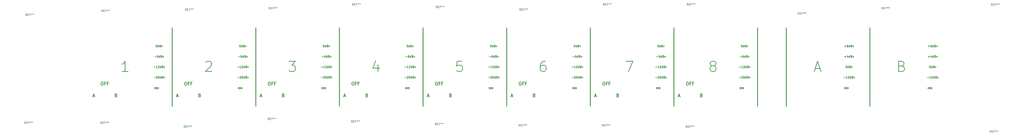
<source format=gbr>
G04 #@! TF.GenerationSoftware,KiCad,Pcbnew,(5.0.0-3-g5ebb6b6)*
G04 #@! TF.CreationDate,2018-10-10T18:16:06+01:00*
G04 #@! TF.ProjectId,FrontPanel_1URack_8Input_AB_2Output_Mixer,46726F6E7450616E656C5F3155526163,rev?*
G04 #@! TF.SameCoordinates,Original*
G04 #@! TF.FileFunction,Legend,Top*
G04 #@! TF.FilePolarity,Positive*
%FSLAX46Y46*%
G04 Gerber Fmt 4.6, Leading zero omitted, Abs format (unit mm)*
G04 Created by KiCad (PCBNEW (5.0.0-3-g5ebb6b6)) date Wednesday, 10 October 2018 at 18:16:06*
%MOMM*%
%LPD*%
G01*
G04 APERTURE LIST*
%ADD10C,0.300000*%
%ADD11C,0.400000*%
%ADD12C,0.250000*%
%ADD13C,0.150000*%
G04 APERTURE END LIST*
D10*
X374745428Y-105223571D02*
X375031142Y-105223571D01*
X375174000Y-105295000D01*
X375316857Y-105437857D01*
X375388285Y-105723571D01*
X375388285Y-106223571D01*
X375316857Y-106509285D01*
X375174000Y-106652142D01*
X375031142Y-106723571D01*
X374745428Y-106723571D01*
X374602571Y-106652142D01*
X374459714Y-106509285D01*
X374388285Y-106223571D01*
X374388285Y-105723571D01*
X374459714Y-105437857D01*
X374602571Y-105295000D01*
X374745428Y-105223571D01*
X376531142Y-105937857D02*
X376031142Y-105937857D01*
X376031142Y-106723571D02*
X376031142Y-105223571D01*
X376745428Y-105223571D01*
X377816857Y-105937857D02*
X377316857Y-105937857D01*
X377316857Y-106723571D02*
X377316857Y-105223571D01*
X378031142Y-105223571D01*
X334105428Y-105223571D02*
X334391142Y-105223571D01*
X334534000Y-105295000D01*
X334676857Y-105437857D01*
X334748285Y-105723571D01*
X334748285Y-106223571D01*
X334676857Y-106509285D01*
X334534000Y-106652142D01*
X334391142Y-106723571D01*
X334105428Y-106723571D01*
X333962571Y-106652142D01*
X333819714Y-106509285D01*
X333748285Y-106223571D01*
X333748285Y-105723571D01*
X333819714Y-105437857D01*
X333962571Y-105295000D01*
X334105428Y-105223571D01*
X335891142Y-105937857D02*
X335391142Y-105937857D01*
X335391142Y-106723571D02*
X335391142Y-105223571D01*
X336105428Y-105223571D01*
X337176857Y-105937857D02*
X336676857Y-105937857D01*
X336676857Y-106723571D02*
X336676857Y-105223571D01*
X337391142Y-105223571D01*
X293465428Y-105223571D02*
X293751142Y-105223571D01*
X293894000Y-105295000D01*
X294036857Y-105437857D01*
X294108285Y-105723571D01*
X294108285Y-106223571D01*
X294036857Y-106509285D01*
X293894000Y-106652142D01*
X293751142Y-106723571D01*
X293465428Y-106723571D01*
X293322571Y-106652142D01*
X293179714Y-106509285D01*
X293108285Y-106223571D01*
X293108285Y-105723571D01*
X293179714Y-105437857D01*
X293322571Y-105295000D01*
X293465428Y-105223571D01*
X295251142Y-105937857D02*
X294751142Y-105937857D01*
X294751142Y-106723571D02*
X294751142Y-105223571D01*
X295465428Y-105223571D01*
X296536857Y-105937857D02*
X296036857Y-105937857D01*
X296036857Y-106723571D02*
X296036857Y-105223571D01*
X296751142Y-105223571D01*
X252825428Y-105223571D02*
X253111142Y-105223571D01*
X253254000Y-105295000D01*
X253396857Y-105437857D01*
X253468285Y-105723571D01*
X253468285Y-106223571D01*
X253396857Y-106509285D01*
X253254000Y-106652142D01*
X253111142Y-106723571D01*
X252825428Y-106723571D01*
X252682571Y-106652142D01*
X252539714Y-106509285D01*
X252468285Y-106223571D01*
X252468285Y-105723571D01*
X252539714Y-105437857D01*
X252682571Y-105295000D01*
X252825428Y-105223571D01*
X254611142Y-105937857D02*
X254111142Y-105937857D01*
X254111142Y-106723571D02*
X254111142Y-105223571D01*
X254825428Y-105223571D01*
X255896857Y-105937857D02*
X255396857Y-105937857D01*
X255396857Y-106723571D02*
X255396857Y-105223571D01*
X256111142Y-105223571D01*
X212185428Y-105223571D02*
X212471142Y-105223571D01*
X212614000Y-105295000D01*
X212756857Y-105437857D01*
X212828285Y-105723571D01*
X212828285Y-106223571D01*
X212756857Y-106509285D01*
X212614000Y-106652142D01*
X212471142Y-106723571D01*
X212185428Y-106723571D01*
X212042571Y-106652142D01*
X211899714Y-106509285D01*
X211828285Y-106223571D01*
X211828285Y-105723571D01*
X211899714Y-105437857D01*
X212042571Y-105295000D01*
X212185428Y-105223571D01*
X213971142Y-105937857D02*
X213471142Y-105937857D01*
X213471142Y-106723571D02*
X213471142Y-105223571D01*
X214185428Y-105223571D01*
X215256857Y-105937857D02*
X214756857Y-105937857D01*
X214756857Y-106723571D02*
X214756857Y-105223571D01*
X215471142Y-105223571D01*
X171545428Y-105223571D02*
X171831142Y-105223571D01*
X171974000Y-105295000D01*
X172116857Y-105437857D01*
X172188285Y-105723571D01*
X172188285Y-106223571D01*
X172116857Y-106509285D01*
X171974000Y-106652142D01*
X171831142Y-106723571D01*
X171545428Y-106723571D01*
X171402571Y-106652142D01*
X171259714Y-106509285D01*
X171188285Y-106223571D01*
X171188285Y-105723571D01*
X171259714Y-105437857D01*
X171402571Y-105295000D01*
X171545428Y-105223571D01*
X173331142Y-105937857D02*
X172831142Y-105937857D01*
X172831142Y-106723571D02*
X172831142Y-105223571D01*
X173545428Y-105223571D01*
X174616857Y-105937857D02*
X174116857Y-105937857D01*
X174116857Y-106723571D02*
X174116857Y-105223571D01*
X174831142Y-105223571D01*
X130905428Y-105223571D02*
X131191142Y-105223571D01*
X131334000Y-105295000D01*
X131476857Y-105437857D01*
X131548285Y-105723571D01*
X131548285Y-106223571D01*
X131476857Y-106509285D01*
X131334000Y-106652142D01*
X131191142Y-106723571D01*
X130905428Y-106723571D01*
X130762571Y-106652142D01*
X130619714Y-106509285D01*
X130548285Y-106223571D01*
X130548285Y-105723571D01*
X130619714Y-105437857D01*
X130762571Y-105295000D01*
X130905428Y-105223571D01*
X132691142Y-105937857D02*
X132191142Y-105937857D01*
X132191142Y-106723571D02*
X132191142Y-105223571D01*
X132905428Y-105223571D01*
X133976857Y-105937857D02*
X133476857Y-105937857D01*
X133476857Y-106723571D02*
X133476857Y-105223571D01*
X134191142Y-105223571D01*
X90265428Y-105223571D02*
X90551142Y-105223571D01*
X90694000Y-105295000D01*
X90836857Y-105437857D01*
X90908285Y-105723571D01*
X90908285Y-106223571D01*
X90836857Y-106509285D01*
X90694000Y-106652142D01*
X90551142Y-106723571D01*
X90265428Y-106723571D01*
X90122571Y-106652142D01*
X89979714Y-106509285D01*
X89908285Y-106223571D01*
X89908285Y-105723571D01*
X89979714Y-105437857D01*
X90122571Y-105295000D01*
X90265428Y-105223571D01*
X92051142Y-105937857D02*
X91551142Y-105937857D01*
X91551142Y-106723571D02*
X91551142Y-105223571D01*
X92265428Y-105223571D01*
X93336857Y-105937857D02*
X92836857Y-105937857D01*
X92836857Y-106723571D02*
X92836857Y-105223571D01*
X93551142Y-105223571D01*
D11*
X422910000Y-116840000D02*
X422910000Y-78740000D01*
D10*
X116554285Y-107878571D02*
X116268571Y-107735714D01*
X115982857Y-107878571D01*
X115840000Y-108164285D01*
X115982857Y-108450000D01*
X116268571Y-108592857D01*
X116554285Y-108450000D01*
X117125714Y-107878571D01*
X117411428Y-107735714D01*
X117697142Y-107878571D01*
X117840000Y-108164285D01*
X117697142Y-108450000D01*
X117411428Y-108592857D01*
X117125714Y-108450000D01*
X116554285Y-107878571D01*
D12*
X116729047Y-87082380D02*
X116824285Y-87082380D01*
X116919523Y-87130000D01*
X116967142Y-87177619D01*
X117014761Y-87272857D01*
X117062380Y-87463333D01*
X117062380Y-87701428D01*
X117014761Y-87891904D01*
X116967142Y-87987142D01*
X116919523Y-88034761D01*
X116824285Y-88082380D01*
X116729047Y-88082380D01*
X116633809Y-88034761D01*
X116586190Y-87987142D01*
X116538571Y-87891904D01*
X116490952Y-87701428D01*
X116490952Y-87463333D01*
X116538571Y-87272857D01*
X116586190Y-87177619D01*
X116633809Y-87130000D01*
X116729047Y-87082380D01*
X117919523Y-88082380D02*
X117919523Y-87082380D01*
X117919523Y-88034761D02*
X117824285Y-88082380D01*
X117633809Y-88082380D01*
X117538571Y-88034761D01*
X117490952Y-87987142D01*
X117443333Y-87891904D01*
X117443333Y-87606190D01*
X117490952Y-87510952D01*
X117538571Y-87463333D01*
X117633809Y-87415714D01*
X117824285Y-87415714D01*
X117919523Y-87463333D01*
X118729047Y-87558571D02*
X118871904Y-87606190D01*
X118919523Y-87653809D01*
X118967142Y-87749047D01*
X118967142Y-87891904D01*
X118919523Y-87987142D01*
X118871904Y-88034761D01*
X118776666Y-88082380D01*
X118395714Y-88082380D01*
X118395714Y-87082380D01*
X118729047Y-87082380D01*
X118824285Y-87130000D01*
X118871904Y-87177619D01*
X118919523Y-87272857D01*
X118919523Y-87368095D01*
X118871904Y-87463333D01*
X118824285Y-87510952D01*
X118729047Y-87558571D01*
X118395714Y-87558571D01*
X119300476Y-87415714D02*
X119538571Y-88082380D01*
X119776666Y-87415714D01*
X115443333Y-102941428D02*
X116205238Y-102941428D01*
X116633809Y-102417619D02*
X116681428Y-102370000D01*
X116776666Y-102322380D01*
X117014761Y-102322380D01*
X117110000Y-102370000D01*
X117157619Y-102417619D01*
X117205238Y-102512857D01*
X117205238Y-102608095D01*
X117157619Y-102750952D01*
X116586190Y-103322380D01*
X117205238Y-103322380D01*
X117824285Y-102322380D02*
X117919523Y-102322380D01*
X118014761Y-102370000D01*
X118062380Y-102417619D01*
X118110000Y-102512857D01*
X118157619Y-102703333D01*
X118157619Y-102941428D01*
X118110000Y-103131904D01*
X118062380Y-103227142D01*
X118014761Y-103274761D01*
X117919523Y-103322380D01*
X117824285Y-103322380D01*
X117729047Y-103274761D01*
X117681428Y-103227142D01*
X117633809Y-103131904D01*
X117586190Y-102941428D01*
X117586190Y-102703333D01*
X117633809Y-102512857D01*
X117681428Y-102417619D01*
X117729047Y-102370000D01*
X117824285Y-102322380D01*
X119014761Y-103322380D02*
X119014761Y-102322380D01*
X119014761Y-103274761D02*
X118919523Y-103322380D01*
X118729047Y-103322380D01*
X118633809Y-103274761D01*
X118586190Y-103227142D01*
X118538571Y-103131904D01*
X118538571Y-102846190D01*
X118586190Y-102750952D01*
X118633809Y-102703333D01*
X118729047Y-102655714D01*
X118919523Y-102655714D01*
X119014761Y-102703333D01*
X119824285Y-102798571D02*
X119967142Y-102846190D01*
X120014761Y-102893809D01*
X120062380Y-102989047D01*
X120062380Y-103131904D01*
X120014761Y-103227142D01*
X119967142Y-103274761D01*
X119871904Y-103322380D01*
X119490952Y-103322380D01*
X119490952Y-102322380D01*
X119824285Y-102322380D01*
X119919523Y-102370000D01*
X119967142Y-102417619D01*
X120014761Y-102512857D01*
X120014761Y-102608095D01*
X119967142Y-102703333D01*
X119919523Y-102750952D01*
X119824285Y-102798571D01*
X119490952Y-102798571D01*
X120395714Y-102655714D02*
X120633809Y-103322380D01*
X120871904Y-102655714D01*
X115443333Y-97861428D02*
X116205238Y-97861428D01*
X117205238Y-98242380D02*
X116633809Y-98242380D01*
X116919523Y-98242380D02*
X116919523Y-97242380D01*
X116824285Y-97385238D01*
X116729047Y-97480476D01*
X116633809Y-97528095D01*
X117586190Y-97337619D02*
X117633809Y-97290000D01*
X117729047Y-97242380D01*
X117967142Y-97242380D01*
X118062380Y-97290000D01*
X118110000Y-97337619D01*
X118157619Y-97432857D01*
X118157619Y-97528095D01*
X118110000Y-97670952D01*
X117538571Y-98242380D01*
X118157619Y-98242380D01*
X119014761Y-98242380D02*
X119014761Y-97242380D01*
X119014761Y-98194761D02*
X118919523Y-98242380D01*
X118729047Y-98242380D01*
X118633809Y-98194761D01*
X118586190Y-98147142D01*
X118538571Y-98051904D01*
X118538571Y-97766190D01*
X118586190Y-97670952D01*
X118633809Y-97623333D01*
X118729047Y-97575714D01*
X118919523Y-97575714D01*
X119014761Y-97623333D01*
X119824285Y-97718571D02*
X119967142Y-97766190D01*
X120014761Y-97813809D01*
X120062380Y-97909047D01*
X120062380Y-98051904D01*
X120014761Y-98147142D01*
X119967142Y-98194761D01*
X119871904Y-98242380D01*
X119490952Y-98242380D01*
X119490952Y-97242380D01*
X119824285Y-97242380D01*
X119919523Y-97290000D01*
X119967142Y-97337619D01*
X120014761Y-97432857D01*
X120014761Y-97528095D01*
X119967142Y-97623333D01*
X119919523Y-97670952D01*
X119824285Y-97718571D01*
X119490952Y-97718571D01*
X120395714Y-97575714D02*
X120633809Y-98242380D01*
X120871904Y-97575714D01*
X115919523Y-92781428D02*
X116681428Y-92781428D01*
X117586190Y-92162380D02*
X117395714Y-92162380D01*
X117300476Y-92210000D01*
X117252857Y-92257619D01*
X117157619Y-92400476D01*
X117110000Y-92590952D01*
X117110000Y-92971904D01*
X117157619Y-93067142D01*
X117205238Y-93114761D01*
X117300476Y-93162380D01*
X117490952Y-93162380D01*
X117586190Y-93114761D01*
X117633809Y-93067142D01*
X117681428Y-92971904D01*
X117681428Y-92733809D01*
X117633809Y-92638571D01*
X117586190Y-92590952D01*
X117490952Y-92543333D01*
X117300476Y-92543333D01*
X117205238Y-92590952D01*
X117157619Y-92638571D01*
X117110000Y-92733809D01*
X118538571Y-93162380D02*
X118538571Y-92162380D01*
X118538571Y-93114761D02*
X118443333Y-93162380D01*
X118252857Y-93162380D01*
X118157619Y-93114761D01*
X118110000Y-93067142D01*
X118062380Y-92971904D01*
X118062380Y-92686190D01*
X118110000Y-92590952D01*
X118157619Y-92543333D01*
X118252857Y-92495714D01*
X118443333Y-92495714D01*
X118538571Y-92543333D01*
X119348095Y-92638571D02*
X119490952Y-92686190D01*
X119538571Y-92733809D01*
X119586190Y-92829047D01*
X119586190Y-92971904D01*
X119538571Y-93067142D01*
X119490952Y-93114761D01*
X119395714Y-93162380D01*
X119014761Y-93162380D01*
X119014761Y-92162380D01*
X119348095Y-92162380D01*
X119443333Y-92210000D01*
X119490952Y-92257619D01*
X119538571Y-92352857D01*
X119538571Y-92448095D01*
X119490952Y-92543333D01*
X119443333Y-92590952D01*
X119348095Y-92638571D01*
X119014761Y-92638571D01*
X119919523Y-92495714D02*
X120157619Y-93162380D01*
X120395714Y-92495714D01*
D10*
X157194285Y-107878571D02*
X156908571Y-107735714D01*
X156622857Y-107878571D01*
X156480000Y-108164285D01*
X156622857Y-108450000D01*
X156908571Y-108592857D01*
X157194285Y-108450000D01*
X157765714Y-107878571D01*
X158051428Y-107735714D01*
X158337142Y-107878571D01*
X158480000Y-108164285D01*
X158337142Y-108450000D01*
X158051428Y-108592857D01*
X157765714Y-108450000D01*
X157194285Y-107878571D01*
D12*
X157369047Y-87082380D02*
X157464285Y-87082380D01*
X157559523Y-87130000D01*
X157607142Y-87177619D01*
X157654761Y-87272857D01*
X157702380Y-87463333D01*
X157702380Y-87701428D01*
X157654761Y-87891904D01*
X157607142Y-87987142D01*
X157559523Y-88034761D01*
X157464285Y-88082380D01*
X157369047Y-88082380D01*
X157273809Y-88034761D01*
X157226190Y-87987142D01*
X157178571Y-87891904D01*
X157130952Y-87701428D01*
X157130952Y-87463333D01*
X157178571Y-87272857D01*
X157226190Y-87177619D01*
X157273809Y-87130000D01*
X157369047Y-87082380D01*
X158559523Y-88082380D02*
X158559523Y-87082380D01*
X158559523Y-88034761D02*
X158464285Y-88082380D01*
X158273809Y-88082380D01*
X158178571Y-88034761D01*
X158130952Y-87987142D01*
X158083333Y-87891904D01*
X158083333Y-87606190D01*
X158130952Y-87510952D01*
X158178571Y-87463333D01*
X158273809Y-87415714D01*
X158464285Y-87415714D01*
X158559523Y-87463333D01*
X159369047Y-87558571D02*
X159511904Y-87606190D01*
X159559523Y-87653809D01*
X159607142Y-87749047D01*
X159607142Y-87891904D01*
X159559523Y-87987142D01*
X159511904Y-88034761D01*
X159416666Y-88082380D01*
X159035714Y-88082380D01*
X159035714Y-87082380D01*
X159369047Y-87082380D01*
X159464285Y-87130000D01*
X159511904Y-87177619D01*
X159559523Y-87272857D01*
X159559523Y-87368095D01*
X159511904Y-87463333D01*
X159464285Y-87510952D01*
X159369047Y-87558571D01*
X159035714Y-87558571D01*
X159940476Y-87415714D02*
X160178571Y-88082380D01*
X160416666Y-87415714D01*
X156083333Y-102941428D02*
X156845238Y-102941428D01*
X157273809Y-102417619D02*
X157321428Y-102370000D01*
X157416666Y-102322380D01*
X157654761Y-102322380D01*
X157750000Y-102370000D01*
X157797619Y-102417619D01*
X157845238Y-102512857D01*
X157845238Y-102608095D01*
X157797619Y-102750952D01*
X157226190Y-103322380D01*
X157845238Y-103322380D01*
X158464285Y-102322380D02*
X158559523Y-102322380D01*
X158654761Y-102370000D01*
X158702380Y-102417619D01*
X158750000Y-102512857D01*
X158797619Y-102703333D01*
X158797619Y-102941428D01*
X158750000Y-103131904D01*
X158702380Y-103227142D01*
X158654761Y-103274761D01*
X158559523Y-103322380D01*
X158464285Y-103322380D01*
X158369047Y-103274761D01*
X158321428Y-103227142D01*
X158273809Y-103131904D01*
X158226190Y-102941428D01*
X158226190Y-102703333D01*
X158273809Y-102512857D01*
X158321428Y-102417619D01*
X158369047Y-102370000D01*
X158464285Y-102322380D01*
X159654761Y-103322380D02*
X159654761Y-102322380D01*
X159654761Y-103274761D02*
X159559523Y-103322380D01*
X159369047Y-103322380D01*
X159273809Y-103274761D01*
X159226190Y-103227142D01*
X159178571Y-103131904D01*
X159178571Y-102846190D01*
X159226190Y-102750952D01*
X159273809Y-102703333D01*
X159369047Y-102655714D01*
X159559523Y-102655714D01*
X159654761Y-102703333D01*
X160464285Y-102798571D02*
X160607142Y-102846190D01*
X160654761Y-102893809D01*
X160702380Y-102989047D01*
X160702380Y-103131904D01*
X160654761Y-103227142D01*
X160607142Y-103274761D01*
X160511904Y-103322380D01*
X160130952Y-103322380D01*
X160130952Y-102322380D01*
X160464285Y-102322380D01*
X160559523Y-102370000D01*
X160607142Y-102417619D01*
X160654761Y-102512857D01*
X160654761Y-102608095D01*
X160607142Y-102703333D01*
X160559523Y-102750952D01*
X160464285Y-102798571D01*
X160130952Y-102798571D01*
X161035714Y-102655714D02*
X161273809Y-103322380D01*
X161511904Y-102655714D01*
X156083333Y-97861428D02*
X156845238Y-97861428D01*
X157845238Y-98242380D02*
X157273809Y-98242380D01*
X157559523Y-98242380D02*
X157559523Y-97242380D01*
X157464285Y-97385238D01*
X157369047Y-97480476D01*
X157273809Y-97528095D01*
X158226190Y-97337619D02*
X158273809Y-97290000D01*
X158369047Y-97242380D01*
X158607142Y-97242380D01*
X158702380Y-97290000D01*
X158750000Y-97337619D01*
X158797619Y-97432857D01*
X158797619Y-97528095D01*
X158750000Y-97670952D01*
X158178571Y-98242380D01*
X158797619Y-98242380D01*
X159654761Y-98242380D02*
X159654761Y-97242380D01*
X159654761Y-98194761D02*
X159559523Y-98242380D01*
X159369047Y-98242380D01*
X159273809Y-98194761D01*
X159226190Y-98147142D01*
X159178571Y-98051904D01*
X159178571Y-97766190D01*
X159226190Y-97670952D01*
X159273809Y-97623333D01*
X159369047Y-97575714D01*
X159559523Y-97575714D01*
X159654761Y-97623333D01*
X160464285Y-97718571D02*
X160607142Y-97766190D01*
X160654761Y-97813809D01*
X160702380Y-97909047D01*
X160702380Y-98051904D01*
X160654761Y-98147142D01*
X160607142Y-98194761D01*
X160511904Y-98242380D01*
X160130952Y-98242380D01*
X160130952Y-97242380D01*
X160464285Y-97242380D01*
X160559523Y-97290000D01*
X160607142Y-97337619D01*
X160654761Y-97432857D01*
X160654761Y-97528095D01*
X160607142Y-97623333D01*
X160559523Y-97670952D01*
X160464285Y-97718571D01*
X160130952Y-97718571D01*
X161035714Y-97575714D02*
X161273809Y-98242380D01*
X161511904Y-97575714D01*
X156559523Y-92781428D02*
X157321428Y-92781428D01*
X158226190Y-92162380D02*
X158035714Y-92162380D01*
X157940476Y-92210000D01*
X157892857Y-92257619D01*
X157797619Y-92400476D01*
X157750000Y-92590952D01*
X157750000Y-92971904D01*
X157797619Y-93067142D01*
X157845238Y-93114761D01*
X157940476Y-93162380D01*
X158130952Y-93162380D01*
X158226190Y-93114761D01*
X158273809Y-93067142D01*
X158321428Y-92971904D01*
X158321428Y-92733809D01*
X158273809Y-92638571D01*
X158226190Y-92590952D01*
X158130952Y-92543333D01*
X157940476Y-92543333D01*
X157845238Y-92590952D01*
X157797619Y-92638571D01*
X157750000Y-92733809D01*
X159178571Y-93162380D02*
X159178571Y-92162380D01*
X159178571Y-93114761D02*
X159083333Y-93162380D01*
X158892857Y-93162380D01*
X158797619Y-93114761D01*
X158750000Y-93067142D01*
X158702380Y-92971904D01*
X158702380Y-92686190D01*
X158750000Y-92590952D01*
X158797619Y-92543333D01*
X158892857Y-92495714D01*
X159083333Y-92495714D01*
X159178571Y-92543333D01*
X159988095Y-92638571D02*
X160130952Y-92686190D01*
X160178571Y-92733809D01*
X160226190Y-92829047D01*
X160226190Y-92971904D01*
X160178571Y-93067142D01*
X160130952Y-93114761D01*
X160035714Y-93162380D01*
X159654761Y-93162380D01*
X159654761Y-92162380D01*
X159988095Y-92162380D01*
X160083333Y-92210000D01*
X160130952Y-92257619D01*
X160178571Y-92352857D01*
X160178571Y-92448095D01*
X160130952Y-92543333D01*
X160083333Y-92590952D01*
X159988095Y-92638571D01*
X159654761Y-92638571D01*
X160559523Y-92495714D02*
X160797619Y-93162380D01*
X161035714Y-92495714D01*
D10*
X197834285Y-107878571D02*
X197548571Y-107735714D01*
X197262857Y-107878571D01*
X197120000Y-108164285D01*
X197262857Y-108450000D01*
X197548571Y-108592857D01*
X197834285Y-108450000D01*
X198405714Y-107878571D01*
X198691428Y-107735714D01*
X198977142Y-107878571D01*
X199120000Y-108164285D01*
X198977142Y-108450000D01*
X198691428Y-108592857D01*
X198405714Y-108450000D01*
X197834285Y-107878571D01*
D12*
X198009047Y-87082380D02*
X198104285Y-87082380D01*
X198199523Y-87130000D01*
X198247142Y-87177619D01*
X198294761Y-87272857D01*
X198342380Y-87463333D01*
X198342380Y-87701428D01*
X198294761Y-87891904D01*
X198247142Y-87987142D01*
X198199523Y-88034761D01*
X198104285Y-88082380D01*
X198009047Y-88082380D01*
X197913809Y-88034761D01*
X197866190Y-87987142D01*
X197818571Y-87891904D01*
X197770952Y-87701428D01*
X197770952Y-87463333D01*
X197818571Y-87272857D01*
X197866190Y-87177619D01*
X197913809Y-87130000D01*
X198009047Y-87082380D01*
X199199523Y-88082380D02*
X199199523Y-87082380D01*
X199199523Y-88034761D02*
X199104285Y-88082380D01*
X198913809Y-88082380D01*
X198818571Y-88034761D01*
X198770952Y-87987142D01*
X198723333Y-87891904D01*
X198723333Y-87606190D01*
X198770952Y-87510952D01*
X198818571Y-87463333D01*
X198913809Y-87415714D01*
X199104285Y-87415714D01*
X199199523Y-87463333D01*
X200009047Y-87558571D02*
X200151904Y-87606190D01*
X200199523Y-87653809D01*
X200247142Y-87749047D01*
X200247142Y-87891904D01*
X200199523Y-87987142D01*
X200151904Y-88034761D01*
X200056666Y-88082380D01*
X199675714Y-88082380D01*
X199675714Y-87082380D01*
X200009047Y-87082380D01*
X200104285Y-87130000D01*
X200151904Y-87177619D01*
X200199523Y-87272857D01*
X200199523Y-87368095D01*
X200151904Y-87463333D01*
X200104285Y-87510952D01*
X200009047Y-87558571D01*
X199675714Y-87558571D01*
X200580476Y-87415714D02*
X200818571Y-88082380D01*
X201056666Y-87415714D01*
X196723333Y-102941428D02*
X197485238Y-102941428D01*
X197913809Y-102417619D02*
X197961428Y-102370000D01*
X198056666Y-102322380D01*
X198294761Y-102322380D01*
X198390000Y-102370000D01*
X198437619Y-102417619D01*
X198485238Y-102512857D01*
X198485238Y-102608095D01*
X198437619Y-102750952D01*
X197866190Y-103322380D01*
X198485238Y-103322380D01*
X199104285Y-102322380D02*
X199199523Y-102322380D01*
X199294761Y-102370000D01*
X199342380Y-102417619D01*
X199390000Y-102512857D01*
X199437619Y-102703333D01*
X199437619Y-102941428D01*
X199390000Y-103131904D01*
X199342380Y-103227142D01*
X199294761Y-103274761D01*
X199199523Y-103322380D01*
X199104285Y-103322380D01*
X199009047Y-103274761D01*
X198961428Y-103227142D01*
X198913809Y-103131904D01*
X198866190Y-102941428D01*
X198866190Y-102703333D01*
X198913809Y-102512857D01*
X198961428Y-102417619D01*
X199009047Y-102370000D01*
X199104285Y-102322380D01*
X200294761Y-103322380D02*
X200294761Y-102322380D01*
X200294761Y-103274761D02*
X200199523Y-103322380D01*
X200009047Y-103322380D01*
X199913809Y-103274761D01*
X199866190Y-103227142D01*
X199818571Y-103131904D01*
X199818571Y-102846190D01*
X199866190Y-102750952D01*
X199913809Y-102703333D01*
X200009047Y-102655714D01*
X200199523Y-102655714D01*
X200294761Y-102703333D01*
X201104285Y-102798571D02*
X201247142Y-102846190D01*
X201294761Y-102893809D01*
X201342380Y-102989047D01*
X201342380Y-103131904D01*
X201294761Y-103227142D01*
X201247142Y-103274761D01*
X201151904Y-103322380D01*
X200770952Y-103322380D01*
X200770952Y-102322380D01*
X201104285Y-102322380D01*
X201199523Y-102370000D01*
X201247142Y-102417619D01*
X201294761Y-102512857D01*
X201294761Y-102608095D01*
X201247142Y-102703333D01*
X201199523Y-102750952D01*
X201104285Y-102798571D01*
X200770952Y-102798571D01*
X201675714Y-102655714D02*
X201913809Y-103322380D01*
X202151904Y-102655714D01*
X196723333Y-97861428D02*
X197485238Y-97861428D01*
X198485238Y-98242380D02*
X197913809Y-98242380D01*
X198199523Y-98242380D02*
X198199523Y-97242380D01*
X198104285Y-97385238D01*
X198009047Y-97480476D01*
X197913809Y-97528095D01*
X198866190Y-97337619D02*
X198913809Y-97290000D01*
X199009047Y-97242380D01*
X199247142Y-97242380D01*
X199342380Y-97290000D01*
X199390000Y-97337619D01*
X199437619Y-97432857D01*
X199437619Y-97528095D01*
X199390000Y-97670952D01*
X198818571Y-98242380D01*
X199437619Y-98242380D01*
X200294761Y-98242380D02*
X200294761Y-97242380D01*
X200294761Y-98194761D02*
X200199523Y-98242380D01*
X200009047Y-98242380D01*
X199913809Y-98194761D01*
X199866190Y-98147142D01*
X199818571Y-98051904D01*
X199818571Y-97766190D01*
X199866190Y-97670952D01*
X199913809Y-97623333D01*
X200009047Y-97575714D01*
X200199523Y-97575714D01*
X200294761Y-97623333D01*
X201104285Y-97718571D02*
X201247142Y-97766190D01*
X201294761Y-97813809D01*
X201342380Y-97909047D01*
X201342380Y-98051904D01*
X201294761Y-98147142D01*
X201247142Y-98194761D01*
X201151904Y-98242380D01*
X200770952Y-98242380D01*
X200770952Y-97242380D01*
X201104285Y-97242380D01*
X201199523Y-97290000D01*
X201247142Y-97337619D01*
X201294761Y-97432857D01*
X201294761Y-97528095D01*
X201247142Y-97623333D01*
X201199523Y-97670952D01*
X201104285Y-97718571D01*
X200770952Y-97718571D01*
X201675714Y-97575714D02*
X201913809Y-98242380D01*
X202151904Y-97575714D01*
X197199523Y-92781428D02*
X197961428Y-92781428D01*
X198866190Y-92162380D02*
X198675714Y-92162380D01*
X198580476Y-92210000D01*
X198532857Y-92257619D01*
X198437619Y-92400476D01*
X198390000Y-92590952D01*
X198390000Y-92971904D01*
X198437619Y-93067142D01*
X198485238Y-93114761D01*
X198580476Y-93162380D01*
X198770952Y-93162380D01*
X198866190Y-93114761D01*
X198913809Y-93067142D01*
X198961428Y-92971904D01*
X198961428Y-92733809D01*
X198913809Y-92638571D01*
X198866190Y-92590952D01*
X198770952Y-92543333D01*
X198580476Y-92543333D01*
X198485238Y-92590952D01*
X198437619Y-92638571D01*
X198390000Y-92733809D01*
X199818571Y-93162380D02*
X199818571Y-92162380D01*
X199818571Y-93114761D02*
X199723333Y-93162380D01*
X199532857Y-93162380D01*
X199437619Y-93114761D01*
X199390000Y-93067142D01*
X199342380Y-92971904D01*
X199342380Y-92686190D01*
X199390000Y-92590952D01*
X199437619Y-92543333D01*
X199532857Y-92495714D01*
X199723333Y-92495714D01*
X199818571Y-92543333D01*
X200628095Y-92638571D02*
X200770952Y-92686190D01*
X200818571Y-92733809D01*
X200866190Y-92829047D01*
X200866190Y-92971904D01*
X200818571Y-93067142D01*
X200770952Y-93114761D01*
X200675714Y-93162380D01*
X200294761Y-93162380D01*
X200294761Y-92162380D01*
X200628095Y-92162380D01*
X200723333Y-92210000D01*
X200770952Y-92257619D01*
X200818571Y-92352857D01*
X200818571Y-92448095D01*
X200770952Y-92543333D01*
X200723333Y-92590952D01*
X200628095Y-92638571D01*
X200294761Y-92638571D01*
X201199523Y-92495714D02*
X201437619Y-93162380D01*
X201675714Y-92495714D01*
D10*
X238474285Y-107878571D02*
X238188571Y-107735714D01*
X237902857Y-107878571D01*
X237760000Y-108164285D01*
X237902857Y-108450000D01*
X238188571Y-108592857D01*
X238474285Y-108450000D01*
X239045714Y-107878571D01*
X239331428Y-107735714D01*
X239617142Y-107878571D01*
X239760000Y-108164285D01*
X239617142Y-108450000D01*
X239331428Y-108592857D01*
X239045714Y-108450000D01*
X238474285Y-107878571D01*
D12*
X238649047Y-87082380D02*
X238744285Y-87082380D01*
X238839523Y-87130000D01*
X238887142Y-87177619D01*
X238934761Y-87272857D01*
X238982380Y-87463333D01*
X238982380Y-87701428D01*
X238934761Y-87891904D01*
X238887142Y-87987142D01*
X238839523Y-88034761D01*
X238744285Y-88082380D01*
X238649047Y-88082380D01*
X238553809Y-88034761D01*
X238506190Y-87987142D01*
X238458571Y-87891904D01*
X238410952Y-87701428D01*
X238410952Y-87463333D01*
X238458571Y-87272857D01*
X238506190Y-87177619D01*
X238553809Y-87130000D01*
X238649047Y-87082380D01*
X239839523Y-88082380D02*
X239839523Y-87082380D01*
X239839523Y-88034761D02*
X239744285Y-88082380D01*
X239553809Y-88082380D01*
X239458571Y-88034761D01*
X239410952Y-87987142D01*
X239363333Y-87891904D01*
X239363333Y-87606190D01*
X239410952Y-87510952D01*
X239458571Y-87463333D01*
X239553809Y-87415714D01*
X239744285Y-87415714D01*
X239839523Y-87463333D01*
X240649047Y-87558571D02*
X240791904Y-87606190D01*
X240839523Y-87653809D01*
X240887142Y-87749047D01*
X240887142Y-87891904D01*
X240839523Y-87987142D01*
X240791904Y-88034761D01*
X240696666Y-88082380D01*
X240315714Y-88082380D01*
X240315714Y-87082380D01*
X240649047Y-87082380D01*
X240744285Y-87130000D01*
X240791904Y-87177619D01*
X240839523Y-87272857D01*
X240839523Y-87368095D01*
X240791904Y-87463333D01*
X240744285Y-87510952D01*
X240649047Y-87558571D01*
X240315714Y-87558571D01*
X241220476Y-87415714D02*
X241458571Y-88082380D01*
X241696666Y-87415714D01*
X237363333Y-102941428D02*
X238125238Y-102941428D01*
X238553809Y-102417619D02*
X238601428Y-102370000D01*
X238696666Y-102322380D01*
X238934761Y-102322380D01*
X239030000Y-102370000D01*
X239077619Y-102417619D01*
X239125238Y-102512857D01*
X239125238Y-102608095D01*
X239077619Y-102750952D01*
X238506190Y-103322380D01*
X239125238Y-103322380D01*
X239744285Y-102322380D02*
X239839523Y-102322380D01*
X239934761Y-102370000D01*
X239982380Y-102417619D01*
X240030000Y-102512857D01*
X240077619Y-102703333D01*
X240077619Y-102941428D01*
X240030000Y-103131904D01*
X239982380Y-103227142D01*
X239934761Y-103274761D01*
X239839523Y-103322380D01*
X239744285Y-103322380D01*
X239649047Y-103274761D01*
X239601428Y-103227142D01*
X239553809Y-103131904D01*
X239506190Y-102941428D01*
X239506190Y-102703333D01*
X239553809Y-102512857D01*
X239601428Y-102417619D01*
X239649047Y-102370000D01*
X239744285Y-102322380D01*
X240934761Y-103322380D02*
X240934761Y-102322380D01*
X240934761Y-103274761D02*
X240839523Y-103322380D01*
X240649047Y-103322380D01*
X240553809Y-103274761D01*
X240506190Y-103227142D01*
X240458571Y-103131904D01*
X240458571Y-102846190D01*
X240506190Y-102750952D01*
X240553809Y-102703333D01*
X240649047Y-102655714D01*
X240839523Y-102655714D01*
X240934761Y-102703333D01*
X241744285Y-102798571D02*
X241887142Y-102846190D01*
X241934761Y-102893809D01*
X241982380Y-102989047D01*
X241982380Y-103131904D01*
X241934761Y-103227142D01*
X241887142Y-103274761D01*
X241791904Y-103322380D01*
X241410952Y-103322380D01*
X241410952Y-102322380D01*
X241744285Y-102322380D01*
X241839523Y-102370000D01*
X241887142Y-102417619D01*
X241934761Y-102512857D01*
X241934761Y-102608095D01*
X241887142Y-102703333D01*
X241839523Y-102750952D01*
X241744285Y-102798571D01*
X241410952Y-102798571D01*
X242315714Y-102655714D02*
X242553809Y-103322380D01*
X242791904Y-102655714D01*
X237363333Y-97861428D02*
X238125238Y-97861428D01*
X239125238Y-98242380D02*
X238553809Y-98242380D01*
X238839523Y-98242380D02*
X238839523Y-97242380D01*
X238744285Y-97385238D01*
X238649047Y-97480476D01*
X238553809Y-97528095D01*
X239506190Y-97337619D02*
X239553809Y-97290000D01*
X239649047Y-97242380D01*
X239887142Y-97242380D01*
X239982380Y-97290000D01*
X240030000Y-97337619D01*
X240077619Y-97432857D01*
X240077619Y-97528095D01*
X240030000Y-97670952D01*
X239458571Y-98242380D01*
X240077619Y-98242380D01*
X240934761Y-98242380D02*
X240934761Y-97242380D01*
X240934761Y-98194761D02*
X240839523Y-98242380D01*
X240649047Y-98242380D01*
X240553809Y-98194761D01*
X240506190Y-98147142D01*
X240458571Y-98051904D01*
X240458571Y-97766190D01*
X240506190Y-97670952D01*
X240553809Y-97623333D01*
X240649047Y-97575714D01*
X240839523Y-97575714D01*
X240934761Y-97623333D01*
X241744285Y-97718571D02*
X241887142Y-97766190D01*
X241934761Y-97813809D01*
X241982380Y-97909047D01*
X241982380Y-98051904D01*
X241934761Y-98147142D01*
X241887142Y-98194761D01*
X241791904Y-98242380D01*
X241410952Y-98242380D01*
X241410952Y-97242380D01*
X241744285Y-97242380D01*
X241839523Y-97290000D01*
X241887142Y-97337619D01*
X241934761Y-97432857D01*
X241934761Y-97528095D01*
X241887142Y-97623333D01*
X241839523Y-97670952D01*
X241744285Y-97718571D01*
X241410952Y-97718571D01*
X242315714Y-97575714D02*
X242553809Y-98242380D01*
X242791904Y-97575714D01*
X237839523Y-92781428D02*
X238601428Y-92781428D01*
X239506190Y-92162380D02*
X239315714Y-92162380D01*
X239220476Y-92210000D01*
X239172857Y-92257619D01*
X239077619Y-92400476D01*
X239030000Y-92590952D01*
X239030000Y-92971904D01*
X239077619Y-93067142D01*
X239125238Y-93114761D01*
X239220476Y-93162380D01*
X239410952Y-93162380D01*
X239506190Y-93114761D01*
X239553809Y-93067142D01*
X239601428Y-92971904D01*
X239601428Y-92733809D01*
X239553809Y-92638571D01*
X239506190Y-92590952D01*
X239410952Y-92543333D01*
X239220476Y-92543333D01*
X239125238Y-92590952D01*
X239077619Y-92638571D01*
X239030000Y-92733809D01*
X240458571Y-93162380D02*
X240458571Y-92162380D01*
X240458571Y-93114761D02*
X240363333Y-93162380D01*
X240172857Y-93162380D01*
X240077619Y-93114761D01*
X240030000Y-93067142D01*
X239982380Y-92971904D01*
X239982380Y-92686190D01*
X240030000Y-92590952D01*
X240077619Y-92543333D01*
X240172857Y-92495714D01*
X240363333Y-92495714D01*
X240458571Y-92543333D01*
X241268095Y-92638571D02*
X241410952Y-92686190D01*
X241458571Y-92733809D01*
X241506190Y-92829047D01*
X241506190Y-92971904D01*
X241458571Y-93067142D01*
X241410952Y-93114761D01*
X241315714Y-93162380D01*
X240934761Y-93162380D01*
X240934761Y-92162380D01*
X241268095Y-92162380D01*
X241363333Y-92210000D01*
X241410952Y-92257619D01*
X241458571Y-92352857D01*
X241458571Y-92448095D01*
X241410952Y-92543333D01*
X241363333Y-92590952D01*
X241268095Y-92638571D01*
X240934761Y-92638571D01*
X241839523Y-92495714D02*
X242077619Y-93162380D01*
X242315714Y-92495714D01*
D10*
X279114285Y-107878571D02*
X278828571Y-107735714D01*
X278542857Y-107878571D01*
X278400000Y-108164285D01*
X278542857Y-108450000D01*
X278828571Y-108592857D01*
X279114285Y-108450000D01*
X279685714Y-107878571D01*
X279971428Y-107735714D01*
X280257142Y-107878571D01*
X280400000Y-108164285D01*
X280257142Y-108450000D01*
X279971428Y-108592857D01*
X279685714Y-108450000D01*
X279114285Y-107878571D01*
D12*
X279289047Y-87082380D02*
X279384285Y-87082380D01*
X279479523Y-87130000D01*
X279527142Y-87177619D01*
X279574761Y-87272857D01*
X279622380Y-87463333D01*
X279622380Y-87701428D01*
X279574761Y-87891904D01*
X279527142Y-87987142D01*
X279479523Y-88034761D01*
X279384285Y-88082380D01*
X279289047Y-88082380D01*
X279193809Y-88034761D01*
X279146190Y-87987142D01*
X279098571Y-87891904D01*
X279050952Y-87701428D01*
X279050952Y-87463333D01*
X279098571Y-87272857D01*
X279146190Y-87177619D01*
X279193809Y-87130000D01*
X279289047Y-87082380D01*
X280479523Y-88082380D02*
X280479523Y-87082380D01*
X280479523Y-88034761D02*
X280384285Y-88082380D01*
X280193809Y-88082380D01*
X280098571Y-88034761D01*
X280050952Y-87987142D01*
X280003333Y-87891904D01*
X280003333Y-87606190D01*
X280050952Y-87510952D01*
X280098571Y-87463333D01*
X280193809Y-87415714D01*
X280384285Y-87415714D01*
X280479523Y-87463333D01*
X281289047Y-87558571D02*
X281431904Y-87606190D01*
X281479523Y-87653809D01*
X281527142Y-87749047D01*
X281527142Y-87891904D01*
X281479523Y-87987142D01*
X281431904Y-88034761D01*
X281336666Y-88082380D01*
X280955714Y-88082380D01*
X280955714Y-87082380D01*
X281289047Y-87082380D01*
X281384285Y-87130000D01*
X281431904Y-87177619D01*
X281479523Y-87272857D01*
X281479523Y-87368095D01*
X281431904Y-87463333D01*
X281384285Y-87510952D01*
X281289047Y-87558571D01*
X280955714Y-87558571D01*
X281860476Y-87415714D02*
X282098571Y-88082380D01*
X282336666Y-87415714D01*
X278003333Y-102941428D02*
X278765238Y-102941428D01*
X279193809Y-102417619D02*
X279241428Y-102370000D01*
X279336666Y-102322380D01*
X279574761Y-102322380D01*
X279670000Y-102370000D01*
X279717619Y-102417619D01*
X279765238Y-102512857D01*
X279765238Y-102608095D01*
X279717619Y-102750952D01*
X279146190Y-103322380D01*
X279765238Y-103322380D01*
X280384285Y-102322380D02*
X280479523Y-102322380D01*
X280574761Y-102370000D01*
X280622380Y-102417619D01*
X280670000Y-102512857D01*
X280717619Y-102703333D01*
X280717619Y-102941428D01*
X280670000Y-103131904D01*
X280622380Y-103227142D01*
X280574761Y-103274761D01*
X280479523Y-103322380D01*
X280384285Y-103322380D01*
X280289047Y-103274761D01*
X280241428Y-103227142D01*
X280193809Y-103131904D01*
X280146190Y-102941428D01*
X280146190Y-102703333D01*
X280193809Y-102512857D01*
X280241428Y-102417619D01*
X280289047Y-102370000D01*
X280384285Y-102322380D01*
X281574761Y-103322380D02*
X281574761Y-102322380D01*
X281574761Y-103274761D02*
X281479523Y-103322380D01*
X281289047Y-103322380D01*
X281193809Y-103274761D01*
X281146190Y-103227142D01*
X281098571Y-103131904D01*
X281098571Y-102846190D01*
X281146190Y-102750952D01*
X281193809Y-102703333D01*
X281289047Y-102655714D01*
X281479523Y-102655714D01*
X281574761Y-102703333D01*
X282384285Y-102798571D02*
X282527142Y-102846190D01*
X282574761Y-102893809D01*
X282622380Y-102989047D01*
X282622380Y-103131904D01*
X282574761Y-103227142D01*
X282527142Y-103274761D01*
X282431904Y-103322380D01*
X282050952Y-103322380D01*
X282050952Y-102322380D01*
X282384285Y-102322380D01*
X282479523Y-102370000D01*
X282527142Y-102417619D01*
X282574761Y-102512857D01*
X282574761Y-102608095D01*
X282527142Y-102703333D01*
X282479523Y-102750952D01*
X282384285Y-102798571D01*
X282050952Y-102798571D01*
X282955714Y-102655714D02*
X283193809Y-103322380D01*
X283431904Y-102655714D01*
X278003333Y-97861428D02*
X278765238Y-97861428D01*
X279765238Y-98242380D02*
X279193809Y-98242380D01*
X279479523Y-98242380D02*
X279479523Y-97242380D01*
X279384285Y-97385238D01*
X279289047Y-97480476D01*
X279193809Y-97528095D01*
X280146190Y-97337619D02*
X280193809Y-97290000D01*
X280289047Y-97242380D01*
X280527142Y-97242380D01*
X280622380Y-97290000D01*
X280670000Y-97337619D01*
X280717619Y-97432857D01*
X280717619Y-97528095D01*
X280670000Y-97670952D01*
X280098571Y-98242380D01*
X280717619Y-98242380D01*
X281574761Y-98242380D02*
X281574761Y-97242380D01*
X281574761Y-98194761D02*
X281479523Y-98242380D01*
X281289047Y-98242380D01*
X281193809Y-98194761D01*
X281146190Y-98147142D01*
X281098571Y-98051904D01*
X281098571Y-97766190D01*
X281146190Y-97670952D01*
X281193809Y-97623333D01*
X281289047Y-97575714D01*
X281479523Y-97575714D01*
X281574761Y-97623333D01*
X282384285Y-97718571D02*
X282527142Y-97766190D01*
X282574761Y-97813809D01*
X282622380Y-97909047D01*
X282622380Y-98051904D01*
X282574761Y-98147142D01*
X282527142Y-98194761D01*
X282431904Y-98242380D01*
X282050952Y-98242380D01*
X282050952Y-97242380D01*
X282384285Y-97242380D01*
X282479523Y-97290000D01*
X282527142Y-97337619D01*
X282574761Y-97432857D01*
X282574761Y-97528095D01*
X282527142Y-97623333D01*
X282479523Y-97670952D01*
X282384285Y-97718571D01*
X282050952Y-97718571D01*
X282955714Y-97575714D02*
X283193809Y-98242380D01*
X283431904Y-97575714D01*
X278479523Y-92781428D02*
X279241428Y-92781428D01*
X280146190Y-92162380D02*
X279955714Y-92162380D01*
X279860476Y-92210000D01*
X279812857Y-92257619D01*
X279717619Y-92400476D01*
X279670000Y-92590952D01*
X279670000Y-92971904D01*
X279717619Y-93067142D01*
X279765238Y-93114761D01*
X279860476Y-93162380D01*
X280050952Y-93162380D01*
X280146190Y-93114761D01*
X280193809Y-93067142D01*
X280241428Y-92971904D01*
X280241428Y-92733809D01*
X280193809Y-92638571D01*
X280146190Y-92590952D01*
X280050952Y-92543333D01*
X279860476Y-92543333D01*
X279765238Y-92590952D01*
X279717619Y-92638571D01*
X279670000Y-92733809D01*
X281098571Y-93162380D02*
X281098571Y-92162380D01*
X281098571Y-93114761D02*
X281003333Y-93162380D01*
X280812857Y-93162380D01*
X280717619Y-93114761D01*
X280670000Y-93067142D01*
X280622380Y-92971904D01*
X280622380Y-92686190D01*
X280670000Y-92590952D01*
X280717619Y-92543333D01*
X280812857Y-92495714D01*
X281003333Y-92495714D01*
X281098571Y-92543333D01*
X281908095Y-92638571D02*
X282050952Y-92686190D01*
X282098571Y-92733809D01*
X282146190Y-92829047D01*
X282146190Y-92971904D01*
X282098571Y-93067142D01*
X282050952Y-93114761D01*
X281955714Y-93162380D01*
X281574761Y-93162380D01*
X281574761Y-92162380D01*
X281908095Y-92162380D01*
X282003333Y-92210000D01*
X282050952Y-92257619D01*
X282098571Y-92352857D01*
X282098571Y-92448095D01*
X282050952Y-92543333D01*
X282003333Y-92590952D01*
X281908095Y-92638571D01*
X281574761Y-92638571D01*
X282479523Y-92495714D02*
X282717619Y-93162380D01*
X282955714Y-92495714D01*
D10*
X319754285Y-107878571D02*
X319468571Y-107735714D01*
X319182857Y-107878571D01*
X319040000Y-108164285D01*
X319182857Y-108450000D01*
X319468571Y-108592857D01*
X319754285Y-108450000D01*
X320325714Y-107878571D01*
X320611428Y-107735714D01*
X320897142Y-107878571D01*
X321040000Y-108164285D01*
X320897142Y-108450000D01*
X320611428Y-108592857D01*
X320325714Y-108450000D01*
X319754285Y-107878571D01*
D12*
X319929047Y-87082380D02*
X320024285Y-87082380D01*
X320119523Y-87130000D01*
X320167142Y-87177619D01*
X320214761Y-87272857D01*
X320262380Y-87463333D01*
X320262380Y-87701428D01*
X320214761Y-87891904D01*
X320167142Y-87987142D01*
X320119523Y-88034761D01*
X320024285Y-88082380D01*
X319929047Y-88082380D01*
X319833809Y-88034761D01*
X319786190Y-87987142D01*
X319738571Y-87891904D01*
X319690952Y-87701428D01*
X319690952Y-87463333D01*
X319738571Y-87272857D01*
X319786190Y-87177619D01*
X319833809Y-87130000D01*
X319929047Y-87082380D01*
X321119523Y-88082380D02*
X321119523Y-87082380D01*
X321119523Y-88034761D02*
X321024285Y-88082380D01*
X320833809Y-88082380D01*
X320738571Y-88034761D01*
X320690952Y-87987142D01*
X320643333Y-87891904D01*
X320643333Y-87606190D01*
X320690952Y-87510952D01*
X320738571Y-87463333D01*
X320833809Y-87415714D01*
X321024285Y-87415714D01*
X321119523Y-87463333D01*
X321929047Y-87558571D02*
X322071904Y-87606190D01*
X322119523Y-87653809D01*
X322167142Y-87749047D01*
X322167142Y-87891904D01*
X322119523Y-87987142D01*
X322071904Y-88034761D01*
X321976666Y-88082380D01*
X321595714Y-88082380D01*
X321595714Y-87082380D01*
X321929047Y-87082380D01*
X322024285Y-87130000D01*
X322071904Y-87177619D01*
X322119523Y-87272857D01*
X322119523Y-87368095D01*
X322071904Y-87463333D01*
X322024285Y-87510952D01*
X321929047Y-87558571D01*
X321595714Y-87558571D01*
X322500476Y-87415714D02*
X322738571Y-88082380D01*
X322976666Y-87415714D01*
X318643333Y-102941428D02*
X319405238Y-102941428D01*
X319833809Y-102417619D02*
X319881428Y-102370000D01*
X319976666Y-102322380D01*
X320214761Y-102322380D01*
X320310000Y-102370000D01*
X320357619Y-102417619D01*
X320405238Y-102512857D01*
X320405238Y-102608095D01*
X320357619Y-102750952D01*
X319786190Y-103322380D01*
X320405238Y-103322380D01*
X321024285Y-102322380D02*
X321119523Y-102322380D01*
X321214761Y-102370000D01*
X321262380Y-102417619D01*
X321310000Y-102512857D01*
X321357619Y-102703333D01*
X321357619Y-102941428D01*
X321310000Y-103131904D01*
X321262380Y-103227142D01*
X321214761Y-103274761D01*
X321119523Y-103322380D01*
X321024285Y-103322380D01*
X320929047Y-103274761D01*
X320881428Y-103227142D01*
X320833809Y-103131904D01*
X320786190Y-102941428D01*
X320786190Y-102703333D01*
X320833809Y-102512857D01*
X320881428Y-102417619D01*
X320929047Y-102370000D01*
X321024285Y-102322380D01*
X322214761Y-103322380D02*
X322214761Y-102322380D01*
X322214761Y-103274761D02*
X322119523Y-103322380D01*
X321929047Y-103322380D01*
X321833809Y-103274761D01*
X321786190Y-103227142D01*
X321738571Y-103131904D01*
X321738571Y-102846190D01*
X321786190Y-102750952D01*
X321833809Y-102703333D01*
X321929047Y-102655714D01*
X322119523Y-102655714D01*
X322214761Y-102703333D01*
X323024285Y-102798571D02*
X323167142Y-102846190D01*
X323214761Y-102893809D01*
X323262380Y-102989047D01*
X323262380Y-103131904D01*
X323214761Y-103227142D01*
X323167142Y-103274761D01*
X323071904Y-103322380D01*
X322690952Y-103322380D01*
X322690952Y-102322380D01*
X323024285Y-102322380D01*
X323119523Y-102370000D01*
X323167142Y-102417619D01*
X323214761Y-102512857D01*
X323214761Y-102608095D01*
X323167142Y-102703333D01*
X323119523Y-102750952D01*
X323024285Y-102798571D01*
X322690952Y-102798571D01*
X323595714Y-102655714D02*
X323833809Y-103322380D01*
X324071904Y-102655714D01*
X318643333Y-97861428D02*
X319405238Y-97861428D01*
X320405238Y-98242380D02*
X319833809Y-98242380D01*
X320119523Y-98242380D02*
X320119523Y-97242380D01*
X320024285Y-97385238D01*
X319929047Y-97480476D01*
X319833809Y-97528095D01*
X320786190Y-97337619D02*
X320833809Y-97290000D01*
X320929047Y-97242380D01*
X321167142Y-97242380D01*
X321262380Y-97290000D01*
X321310000Y-97337619D01*
X321357619Y-97432857D01*
X321357619Y-97528095D01*
X321310000Y-97670952D01*
X320738571Y-98242380D01*
X321357619Y-98242380D01*
X322214761Y-98242380D02*
X322214761Y-97242380D01*
X322214761Y-98194761D02*
X322119523Y-98242380D01*
X321929047Y-98242380D01*
X321833809Y-98194761D01*
X321786190Y-98147142D01*
X321738571Y-98051904D01*
X321738571Y-97766190D01*
X321786190Y-97670952D01*
X321833809Y-97623333D01*
X321929047Y-97575714D01*
X322119523Y-97575714D01*
X322214761Y-97623333D01*
X323024285Y-97718571D02*
X323167142Y-97766190D01*
X323214761Y-97813809D01*
X323262380Y-97909047D01*
X323262380Y-98051904D01*
X323214761Y-98147142D01*
X323167142Y-98194761D01*
X323071904Y-98242380D01*
X322690952Y-98242380D01*
X322690952Y-97242380D01*
X323024285Y-97242380D01*
X323119523Y-97290000D01*
X323167142Y-97337619D01*
X323214761Y-97432857D01*
X323214761Y-97528095D01*
X323167142Y-97623333D01*
X323119523Y-97670952D01*
X323024285Y-97718571D01*
X322690952Y-97718571D01*
X323595714Y-97575714D02*
X323833809Y-98242380D01*
X324071904Y-97575714D01*
X319119523Y-92781428D02*
X319881428Y-92781428D01*
X320786190Y-92162380D02*
X320595714Y-92162380D01*
X320500476Y-92210000D01*
X320452857Y-92257619D01*
X320357619Y-92400476D01*
X320310000Y-92590952D01*
X320310000Y-92971904D01*
X320357619Y-93067142D01*
X320405238Y-93114761D01*
X320500476Y-93162380D01*
X320690952Y-93162380D01*
X320786190Y-93114761D01*
X320833809Y-93067142D01*
X320881428Y-92971904D01*
X320881428Y-92733809D01*
X320833809Y-92638571D01*
X320786190Y-92590952D01*
X320690952Y-92543333D01*
X320500476Y-92543333D01*
X320405238Y-92590952D01*
X320357619Y-92638571D01*
X320310000Y-92733809D01*
X321738571Y-93162380D02*
X321738571Y-92162380D01*
X321738571Y-93114761D02*
X321643333Y-93162380D01*
X321452857Y-93162380D01*
X321357619Y-93114761D01*
X321310000Y-93067142D01*
X321262380Y-92971904D01*
X321262380Y-92686190D01*
X321310000Y-92590952D01*
X321357619Y-92543333D01*
X321452857Y-92495714D01*
X321643333Y-92495714D01*
X321738571Y-92543333D01*
X322548095Y-92638571D02*
X322690952Y-92686190D01*
X322738571Y-92733809D01*
X322786190Y-92829047D01*
X322786190Y-92971904D01*
X322738571Y-93067142D01*
X322690952Y-93114761D01*
X322595714Y-93162380D01*
X322214761Y-93162380D01*
X322214761Y-92162380D01*
X322548095Y-92162380D01*
X322643333Y-92210000D01*
X322690952Y-92257619D01*
X322738571Y-92352857D01*
X322738571Y-92448095D01*
X322690952Y-92543333D01*
X322643333Y-92590952D01*
X322548095Y-92638571D01*
X322214761Y-92638571D01*
X323119523Y-92495714D02*
X323357619Y-93162380D01*
X323595714Y-92495714D01*
X359283333Y-102941428D02*
X360045238Y-102941428D01*
X360473809Y-102417619D02*
X360521428Y-102370000D01*
X360616666Y-102322380D01*
X360854761Y-102322380D01*
X360950000Y-102370000D01*
X360997619Y-102417619D01*
X361045238Y-102512857D01*
X361045238Y-102608095D01*
X360997619Y-102750952D01*
X360426190Y-103322380D01*
X361045238Y-103322380D01*
X361664285Y-102322380D02*
X361759523Y-102322380D01*
X361854761Y-102370000D01*
X361902380Y-102417619D01*
X361950000Y-102512857D01*
X361997619Y-102703333D01*
X361997619Y-102941428D01*
X361950000Y-103131904D01*
X361902380Y-103227142D01*
X361854761Y-103274761D01*
X361759523Y-103322380D01*
X361664285Y-103322380D01*
X361569047Y-103274761D01*
X361521428Y-103227142D01*
X361473809Y-103131904D01*
X361426190Y-102941428D01*
X361426190Y-102703333D01*
X361473809Y-102512857D01*
X361521428Y-102417619D01*
X361569047Y-102370000D01*
X361664285Y-102322380D01*
X362854761Y-103322380D02*
X362854761Y-102322380D01*
X362854761Y-103274761D02*
X362759523Y-103322380D01*
X362569047Y-103322380D01*
X362473809Y-103274761D01*
X362426190Y-103227142D01*
X362378571Y-103131904D01*
X362378571Y-102846190D01*
X362426190Y-102750952D01*
X362473809Y-102703333D01*
X362569047Y-102655714D01*
X362759523Y-102655714D01*
X362854761Y-102703333D01*
X363664285Y-102798571D02*
X363807142Y-102846190D01*
X363854761Y-102893809D01*
X363902380Y-102989047D01*
X363902380Y-103131904D01*
X363854761Y-103227142D01*
X363807142Y-103274761D01*
X363711904Y-103322380D01*
X363330952Y-103322380D01*
X363330952Y-102322380D01*
X363664285Y-102322380D01*
X363759523Y-102370000D01*
X363807142Y-102417619D01*
X363854761Y-102512857D01*
X363854761Y-102608095D01*
X363807142Y-102703333D01*
X363759523Y-102750952D01*
X363664285Y-102798571D01*
X363330952Y-102798571D01*
X364235714Y-102655714D02*
X364473809Y-103322380D01*
X364711904Y-102655714D01*
X359283333Y-97861428D02*
X360045238Y-97861428D01*
X361045238Y-98242380D02*
X360473809Y-98242380D01*
X360759523Y-98242380D02*
X360759523Y-97242380D01*
X360664285Y-97385238D01*
X360569047Y-97480476D01*
X360473809Y-97528095D01*
X361426190Y-97337619D02*
X361473809Y-97290000D01*
X361569047Y-97242380D01*
X361807142Y-97242380D01*
X361902380Y-97290000D01*
X361950000Y-97337619D01*
X361997619Y-97432857D01*
X361997619Y-97528095D01*
X361950000Y-97670952D01*
X361378571Y-98242380D01*
X361997619Y-98242380D01*
X362854761Y-98242380D02*
X362854761Y-97242380D01*
X362854761Y-98194761D02*
X362759523Y-98242380D01*
X362569047Y-98242380D01*
X362473809Y-98194761D01*
X362426190Y-98147142D01*
X362378571Y-98051904D01*
X362378571Y-97766190D01*
X362426190Y-97670952D01*
X362473809Y-97623333D01*
X362569047Y-97575714D01*
X362759523Y-97575714D01*
X362854761Y-97623333D01*
X363664285Y-97718571D02*
X363807142Y-97766190D01*
X363854761Y-97813809D01*
X363902380Y-97909047D01*
X363902380Y-98051904D01*
X363854761Y-98147142D01*
X363807142Y-98194761D01*
X363711904Y-98242380D01*
X363330952Y-98242380D01*
X363330952Y-97242380D01*
X363664285Y-97242380D01*
X363759523Y-97290000D01*
X363807142Y-97337619D01*
X363854761Y-97432857D01*
X363854761Y-97528095D01*
X363807142Y-97623333D01*
X363759523Y-97670952D01*
X363664285Y-97718571D01*
X363330952Y-97718571D01*
X364235714Y-97575714D02*
X364473809Y-98242380D01*
X364711904Y-97575714D01*
X359759523Y-92781428D02*
X360521428Y-92781428D01*
X361426190Y-92162380D02*
X361235714Y-92162380D01*
X361140476Y-92210000D01*
X361092857Y-92257619D01*
X360997619Y-92400476D01*
X360950000Y-92590952D01*
X360950000Y-92971904D01*
X360997619Y-93067142D01*
X361045238Y-93114761D01*
X361140476Y-93162380D01*
X361330952Y-93162380D01*
X361426190Y-93114761D01*
X361473809Y-93067142D01*
X361521428Y-92971904D01*
X361521428Y-92733809D01*
X361473809Y-92638571D01*
X361426190Y-92590952D01*
X361330952Y-92543333D01*
X361140476Y-92543333D01*
X361045238Y-92590952D01*
X360997619Y-92638571D01*
X360950000Y-92733809D01*
X362378571Y-93162380D02*
X362378571Y-92162380D01*
X362378571Y-93114761D02*
X362283333Y-93162380D01*
X362092857Y-93162380D01*
X361997619Y-93114761D01*
X361950000Y-93067142D01*
X361902380Y-92971904D01*
X361902380Y-92686190D01*
X361950000Y-92590952D01*
X361997619Y-92543333D01*
X362092857Y-92495714D01*
X362283333Y-92495714D01*
X362378571Y-92543333D01*
X363188095Y-92638571D02*
X363330952Y-92686190D01*
X363378571Y-92733809D01*
X363426190Y-92829047D01*
X363426190Y-92971904D01*
X363378571Y-93067142D01*
X363330952Y-93114761D01*
X363235714Y-93162380D01*
X362854761Y-93162380D01*
X362854761Y-92162380D01*
X363188095Y-92162380D01*
X363283333Y-92210000D01*
X363330952Y-92257619D01*
X363378571Y-92352857D01*
X363378571Y-92448095D01*
X363330952Y-92543333D01*
X363283333Y-92590952D01*
X363188095Y-92638571D01*
X362854761Y-92638571D01*
X363759523Y-92495714D02*
X363997619Y-93162380D01*
X364235714Y-92495714D01*
X360569047Y-87082380D02*
X360664285Y-87082380D01*
X360759523Y-87130000D01*
X360807142Y-87177619D01*
X360854761Y-87272857D01*
X360902380Y-87463333D01*
X360902380Y-87701428D01*
X360854761Y-87891904D01*
X360807142Y-87987142D01*
X360759523Y-88034761D01*
X360664285Y-88082380D01*
X360569047Y-88082380D01*
X360473809Y-88034761D01*
X360426190Y-87987142D01*
X360378571Y-87891904D01*
X360330952Y-87701428D01*
X360330952Y-87463333D01*
X360378571Y-87272857D01*
X360426190Y-87177619D01*
X360473809Y-87130000D01*
X360569047Y-87082380D01*
X361759523Y-88082380D02*
X361759523Y-87082380D01*
X361759523Y-88034761D02*
X361664285Y-88082380D01*
X361473809Y-88082380D01*
X361378571Y-88034761D01*
X361330952Y-87987142D01*
X361283333Y-87891904D01*
X361283333Y-87606190D01*
X361330952Y-87510952D01*
X361378571Y-87463333D01*
X361473809Y-87415714D01*
X361664285Y-87415714D01*
X361759523Y-87463333D01*
X362569047Y-87558571D02*
X362711904Y-87606190D01*
X362759523Y-87653809D01*
X362807142Y-87749047D01*
X362807142Y-87891904D01*
X362759523Y-87987142D01*
X362711904Y-88034761D01*
X362616666Y-88082380D01*
X362235714Y-88082380D01*
X362235714Y-87082380D01*
X362569047Y-87082380D01*
X362664285Y-87130000D01*
X362711904Y-87177619D01*
X362759523Y-87272857D01*
X362759523Y-87368095D01*
X362711904Y-87463333D01*
X362664285Y-87510952D01*
X362569047Y-87558571D01*
X362235714Y-87558571D01*
X363140476Y-87415714D02*
X363378571Y-88082380D01*
X363616666Y-87415714D01*
D10*
X360394285Y-107878571D02*
X360108571Y-107735714D01*
X359822857Y-107878571D01*
X359680000Y-108164285D01*
X359822857Y-108450000D01*
X360108571Y-108592857D01*
X360394285Y-108450000D01*
X360965714Y-107878571D01*
X361251428Y-107735714D01*
X361537142Y-107878571D01*
X361680000Y-108164285D01*
X361537142Y-108450000D01*
X361251428Y-108592857D01*
X360965714Y-108450000D01*
X360394285Y-107878571D01*
D12*
X399923333Y-102941428D02*
X400685238Y-102941428D01*
X401113809Y-102417619D02*
X401161428Y-102370000D01*
X401256666Y-102322380D01*
X401494761Y-102322380D01*
X401590000Y-102370000D01*
X401637619Y-102417619D01*
X401685238Y-102512857D01*
X401685238Y-102608095D01*
X401637619Y-102750952D01*
X401066190Y-103322380D01*
X401685238Y-103322380D01*
X402304285Y-102322380D02*
X402399523Y-102322380D01*
X402494761Y-102370000D01*
X402542380Y-102417619D01*
X402590000Y-102512857D01*
X402637619Y-102703333D01*
X402637619Y-102941428D01*
X402590000Y-103131904D01*
X402542380Y-103227142D01*
X402494761Y-103274761D01*
X402399523Y-103322380D01*
X402304285Y-103322380D01*
X402209047Y-103274761D01*
X402161428Y-103227142D01*
X402113809Y-103131904D01*
X402066190Y-102941428D01*
X402066190Y-102703333D01*
X402113809Y-102512857D01*
X402161428Y-102417619D01*
X402209047Y-102370000D01*
X402304285Y-102322380D01*
X403494761Y-103322380D02*
X403494761Y-102322380D01*
X403494761Y-103274761D02*
X403399523Y-103322380D01*
X403209047Y-103322380D01*
X403113809Y-103274761D01*
X403066190Y-103227142D01*
X403018571Y-103131904D01*
X403018571Y-102846190D01*
X403066190Y-102750952D01*
X403113809Y-102703333D01*
X403209047Y-102655714D01*
X403399523Y-102655714D01*
X403494761Y-102703333D01*
X404304285Y-102798571D02*
X404447142Y-102846190D01*
X404494761Y-102893809D01*
X404542380Y-102989047D01*
X404542380Y-103131904D01*
X404494761Y-103227142D01*
X404447142Y-103274761D01*
X404351904Y-103322380D01*
X403970952Y-103322380D01*
X403970952Y-102322380D01*
X404304285Y-102322380D01*
X404399523Y-102370000D01*
X404447142Y-102417619D01*
X404494761Y-102512857D01*
X404494761Y-102608095D01*
X404447142Y-102703333D01*
X404399523Y-102750952D01*
X404304285Y-102798571D01*
X403970952Y-102798571D01*
X404875714Y-102655714D02*
X405113809Y-103322380D01*
X405351904Y-102655714D01*
X399923333Y-97861428D02*
X400685238Y-97861428D01*
X401685238Y-98242380D02*
X401113809Y-98242380D01*
X401399523Y-98242380D02*
X401399523Y-97242380D01*
X401304285Y-97385238D01*
X401209047Y-97480476D01*
X401113809Y-97528095D01*
X402066190Y-97337619D02*
X402113809Y-97290000D01*
X402209047Y-97242380D01*
X402447142Y-97242380D01*
X402542380Y-97290000D01*
X402590000Y-97337619D01*
X402637619Y-97432857D01*
X402637619Y-97528095D01*
X402590000Y-97670952D01*
X402018571Y-98242380D01*
X402637619Y-98242380D01*
X403494761Y-98242380D02*
X403494761Y-97242380D01*
X403494761Y-98194761D02*
X403399523Y-98242380D01*
X403209047Y-98242380D01*
X403113809Y-98194761D01*
X403066190Y-98147142D01*
X403018571Y-98051904D01*
X403018571Y-97766190D01*
X403066190Y-97670952D01*
X403113809Y-97623333D01*
X403209047Y-97575714D01*
X403399523Y-97575714D01*
X403494761Y-97623333D01*
X404304285Y-97718571D02*
X404447142Y-97766190D01*
X404494761Y-97813809D01*
X404542380Y-97909047D01*
X404542380Y-98051904D01*
X404494761Y-98147142D01*
X404447142Y-98194761D01*
X404351904Y-98242380D01*
X403970952Y-98242380D01*
X403970952Y-97242380D01*
X404304285Y-97242380D01*
X404399523Y-97290000D01*
X404447142Y-97337619D01*
X404494761Y-97432857D01*
X404494761Y-97528095D01*
X404447142Y-97623333D01*
X404399523Y-97670952D01*
X404304285Y-97718571D01*
X403970952Y-97718571D01*
X404875714Y-97575714D02*
X405113809Y-98242380D01*
X405351904Y-97575714D01*
X400399523Y-92781428D02*
X401161428Y-92781428D01*
X402066190Y-92162380D02*
X401875714Y-92162380D01*
X401780476Y-92210000D01*
X401732857Y-92257619D01*
X401637619Y-92400476D01*
X401590000Y-92590952D01*
X401590000Y-92971904D01*
X401637619Y-93067142D01*
X401685238Y-93114761D01*
X401780476Y-93162380D01*
X401970952Y-93162380D01*
X402066190Y-93114761D01*
X402113809Y-93067142D01*
X402161428Y-92971904D01*
X402161428Y-92733809D01*
X402113809Y-92638571D01*
X402066190Y-92590952D01*
X401970952Y-92543333D01*
X401780476Y-92543333D01*
X401685238Y-92590952D01*
X401637619Y-92638571D01*
X401590000Y-92733809D01*
X403018571Y-93162380D02*
X403018571Y-92162380D01*
X403018571Y-93114761D02*
X402923333Y-93162380D01*
X402732857Y-93162380D01*
X402637619Y-93114761D01*
X402590000Y-93067142D01*
X402542380Y-92971904D01*
X402542380Y-92686190D01*
X402590000Y-92590952D01*
X402637619Y-92543333D01*
X402732857Y-92495714D01*
X402923333Y-92495714D01*
X403018571Y-92543333D01*
X403828095Y-92638571D02*
X403970952Y-92686190D01*
X404018571Y-92733809D01*
X404066190Y-92829047D01*
X404066190Y-92971904D01*
X404018571Y-93067142D01*
X403970952Y-93114761D01*
X403875714Y-93162380D01*
X403494761Y-93162380D01*
X403494761Y-92162380D01*
X403828095Y-92162380D01*
X403923333Y-92210000D01*
X403970952Y-92257619D01*
X404018571Y-92352857D01*
X404018571Y-92448095D01*
X403970952Y-92543333D01*
X403923333Y-92590952D01*
X403828095Y-92638571D01*
X403494761Y-92638571D01*
X404399523Y-92495714D02*
X404637619Y-93162380D01*
X404875714Y-92495714D01*
X401209047Y-87082380D02*
X401304285Y-87082380D01*
X401399523Y-87130000D01*
X401447142Y-87177619D01*
X401494761Y-87272857D01*
X401542380Y-87463333D01*
X401542380Y-87701428D01*
X401494761Y-87891904D01*
X401447142Y-87987142D01*
X401399523Y-88034761D01*
X401304285Y-88082380D01*
X401209047Y-88082380D01*
X401113809Y-88034761D01*
X401066190Y-87987142D01*
X401018571Y-87891904D01*
X400970952Y-87701428D01*
X400970952Y-87463333D01*
X401018571Y-87272857D01*
X401066190Y-87177619D01*
X401113809Y-87130000D01*
X401209047Y-87082380D01*
X402399523Y-88082380D02*
X402399523Y-87082380D01*
X402399523Y-88034761D02*
X402304285Y-88082380D01*
X402113809Y-88082380D01*
X402018571Y-88034761D01*
X401970952Y-87987142D01*
X401923333Y-87891904D01*
X401923333Y-87606190D01*
X401970952Y-87510952D01*
X402018571Y-87463333D01*
X402113809Y-87415714D01*
X402304285Y-87415714D01*
X402399523Y-87463333D01*
X403209047Y-87558571D02*
X403351904Y-87606190D01*
X403399523Y-87653809D01*
X403447142Y-87749047D01*
X403447142Y-87891904D01*
X403399523Y-87987142D01*
X403351904Y-88034761D01*
X403256666Y-88082380D01*
X402875714Y-88082380D01*
X402875714Y-87082380D01*
X403209047Y-87082380D01*
X403304285Y-87130000D01*
X403351904Y-87177619D01*
X403399523Y-87272857D01*
X403399523Y-87368095D01*
X403351904Y-87463333D01*
X403304285Y-87510952D01*
X403209047Y-87558571D01*
X402875714Y-87558571D01*
X403780476Y-87415714D02*
X404018571Y-88082380D01*
X404256666Y-87415714D01*
X491363333Y-102941428D02*
X492125238Y-102941428D01*
X493125238Y-103322380D02*
X492553809Y-103322380D01*
X492839523Y-103322380D02*
X492839523Y-102322380D01*
X492744285Y-102465238D01*
X492649047Y-102560476D01*
X492553809Y-102608095D01*
X493506190Y-102417619D02*
X493553809Y-102370000D01*
X493649047Y-102322380D01*
X493887142Y-102322380D01*
X493982380Y-102370000D01*
X494030000Y-102417619D01*
X494077619Y-102512857D01*
X494077619Y-102608095D01*
X494030000Y-102750952D01*
X493458571Y-103322380D01*
X494077619Y-103322380D01*
X494934761Y-103322380D02*
X494934761Y-102322380D01*
X494934761Y-103274761D02*
X494839523Y-103322380D01*
X494649047Y-103322380D01*
X494553809Y-103274761D01*
X494506190Y-103227142D01*
X494458571Y-103131904D01*
X494458571Y-102846190D01*
X494506190Y-102750952D01*
X494553809Y-102703333D01*
X494649047Y-102655714D01*
X494839523Y-102655714D01*
X494934761Y-102703333D01*
X495744285Y-102798571D02*
X495887142Y-102846190D01*
X495934761Y-102893809D01*
X495982380Y-102989047D01*
X495982380Y-103131904D01*
X495934761Y-103227142D01*
X495887142Y-103274761D01*
X495791904Y-103322380D01*
X495410952Y-103322380D01*
X495410952Y-102322380D01*
X495744285Y-102322380D01*
X495839523Y-102370000D01*
X495887142Y-102417619D01*
X495934761Y-102512857D01*
X495934761Y-102608095D01*
X495887142Y-102703333D01*
X495839523Y-102750952D01*
X495744285Y-102798571D01*
X495410952Y-102798571D01*
X496315714Y-102655714D02*
X496553809Y-103322380D01*
X496791904Y-102655714D01*
X492649047Y-97242380D02*
X492744285Y-97242380D01*
X492839523Y-97290000D01*
X492887142Y-97337619D01*
X492934761Y-97432857D01*
X492982380Y-97623333D01*
X492982380Y-97861428D01*
X492934761Y-98051904D01*
X492887142Y-98147142D01*
X492839523Y-98194761D01*
X492744285Y-98242380D01*
X492649047Y-98242380D01*
X492553809Y-98194761D01*
X492506190Y-98147142D01*
X492458571Y-98051904D01*
X492410952Y-97861428D01*
X492410952Y-97623333D01*
X492458571Y-97432857D01*
X492506190Y-97337619D01*
X492553809Y-97290000D01*
X492649047Y-97242380D01*
X493839523Y-98242380D02*
X493839523Y-97242380D01*
X493839523Y-98194761D02*
X493744285Y-98242380D01*
X493553809Y-98242380D01*
X493458571Y-98194761D01*
X493410952Y-98147142D01*
X493363333Y-98051904D01*
X493363333Y-97766190D01*
X493410952Y-97670952D01*
X493458571Y-97623333D01*
X493553809Y-97575714D01*
X493744285Y-97575714D01*
X493839523Y-97623333D01*
X494649047Y-97718571D02*
X494791904Y-97766190D01*
X494839523Y-97813809D01*
X494887142Y-97909047D01*
X494887142Y-98051904D01*
X494839523Y-98147142D01*
X494791904Y-98194761D01*
X494696666Y-98242380D01*
X494315714Y-98242380D01*
X494315714Y-97242380D01*
X494649047Y-97242380D01*
X494744285Y-97290000D01*
X494791904Y-97337619D01*
X494839523Y-97432857D01*
X494839523Y-97528095D01*
X494791904Y-97623333D01*
X494744285Y-97670952D01*
X494649047Y-97718571D01*
X494315714Y-97718571D01*
X495220476Y-97575714D02*
X495458571Y-98242380D01*
X495696666Y-97575714D01*
X491839523Y-92781428D02*
X492601428Y-92781428D01*
X492220476Y-93162380D02*
X492220476Y-92400476D01*
X493506190Y-92495714D02*
X493506190Y-93162380D01*
X493268095Y-92114761D02*
X493030000Y-92829047D01*
X493649047Y-92829047D01*
X494458571Y-93162380D02*
X494458571Y-92162380D01*
X494458571Y-93114761D02*
X494363333Y-93162380D01*
X494172857Y-93162380D01*
X494077619Y-93114761D01*
X494030000Y-93067142D01*
X493982380Y-92971904D01*
X493982380Y-92686190D01*
X494030000Y-92590952D01*
X494077619Y-92543333D01*
X494172857Y-92495714D01*
X494363333Y-92495714D01*
X494458571Y-92543333D01*
X495268095Y-92638571D02*
X495410952Y-92686190D01*
X495458571Y-92733809D01*
X495506190Y-92829047D01*
X495506190Y-92971904D01*
X495458571Y-93067142D01*
X495410952Y-93114761D01*
X495315714Y-93162380D01*
X494934761Y-93162380D01*
X494934761Y-92162380D01*
X495268095Y-92162380D01*
X495363333Y-92210000D01*
X495410952Y-92257619D01*
X495458571Y-92352857D01*
X495458571Y-92448095D01*
X495410952Y-92543333D01*
X495363333Y-92590952D01*
X495268095Y-92638571D01*
X494934761Y-92638571D01*
X495839523Y-92495714D02*
X496077619Y-93162380D01*
X496315714Y-92495714D01*
X491839523Y-87701428D02*
X492601428Y-87701428D01*
X492220476Y-88082380D02*
X492220476Y-87320476D01*
X493506190Y-87082380D02*
X493315714Y-87082380D01*
X493220476Y-87130000D01*
X493172857Y-87177619D01*
X493077619Y-87320476D01*
X493030000Y-87510952D01*
X493030000Y-87891904D01*
X493077619Y-87987142D01*
X493125238Y-88034761D01*
X493220476Y-88082380D01*
X493410952Y-88082380D01*
X493506190Y-88034761D01*
X493553809Y-87987142D01*
X493601428Y-87891904D01*
X493601428Y-87653809D01*
X493553809Y-87558571D01*
X493506190Y-87510952D01*
X493410952Y-87463333D01*
X493220476Y-87463333D01*
X493125238Y-87510952D01*
X493077619Y-87558571D01*
X493030000Y-87653809D01*
X494458571Y-88082380D02*
X494458571Y-87082380D01*
X494458571Y-88034761D02*
X494363333Y-88082380D01*
X494172857Y-88082380D01*
X494077619Y-88034761D01*
X494030000Y-87987142D01*
X493982380Y-87891904D01*
X493982380Y-87606190D01*
X494030000Y-87510952D01*
X494077619Y-87463333D01*
X494172857Y-87415714D01*
X494363333Y-87415714D01*
X494458571Y-87463333D01*
X495268095Y-87558571D02*
X495410952Y-87606190D01*
X495458571Y-87653809D01*
X495506190Y-87749047D01*
X495506190Y-87891904D01*
X495458571Y-87987142D01*
X495410952Y-88034761D01*
X495315714Y-88082380D01*
X494934761Y-88082380D01*
X494934761Y-87082380D01*
X495268095Y-87082380D01*
X495363333Y-87130000D01*
X495410952Y-87177619D01*
X495458571Y-87272857D01*
X495458571Y-87368095D01*
X495410952Y-87463333D01*
X495363333Y-87510952D01*
X495268095Y-87558571D01*
X494934761Y-87558571D01*
X495839523Y-87415714D02*
X496077619Y-88082380D01*
X496315714Y-87415714D01*
D10*
X492474285Y-107878571D02*
X492188571Y-107735714D01*
X491902857Y-107878571D01*
X491760000Y-108164285D01*
X491902857Y-108450000D01*
X492188571Y-108592857D01*
X492474285Y-108450000D01*
X493045714Y-107878571D01*
X493331428Y-107735714D01*
X493617142Y-107878571D01*
X493760000Y-108164285D01*
X493617142Y-108450000D01*
X493331428Y-108592857D01*
X493045714Y-108450000D01*
X492474285Y-107878571D01*
D12*
X450723333Y-102941428D02*
X451485238Y-102941428D01*
X452485238Y-103322380D02*
X451913809Y-103322380D01*
X452199523Y-103322380D02*
X452199523Y-102322380D01*
X452104285Y-102465238D01*
X452009047Y-102560476D01*
X451913809Y-102608095D01*
X452866190Y-102417619D02*
X452913809Y-102370000D01*
X453009047Y-102322380D01*
X453247142Y-102322380D01*
X453342380Y-102370000D01*
X453390000Y-102417619D01*
X453437619Y-102512857D01*
X453437619Y-102608095D01*
X453390000Y-102750952D01*
X452818571Y-103322380D01*
X453437619Y-103322380D01*
X454294761Y-103322380D02*
X454294761Y-102322380D01*
X454294761Y-103274761D02*
X454199523Y-103322380D01*
X454009047Y-103322380D01*
X453913809Y-103274761D01*
X453866190Y-103227142D01*
X453818571Y-103131904D01*
X453818571Y-102846190D01*
X453866190Y-102750952D01*
X453913809Y-102703333D01*
X454009047Y-102655714D01*
X454199523Y-102655714D01*
X454294761Y-102703333D01*
X455104285Y-102798571D02*
X455247142Y-102846190D01*
X455294761Y-102893809D01*
X455342380Y-102989047D01*
X455342380Y-103131904D01*
X455294761Y-103227142D01*
X455247142Y-103274761D01*
X455151904Y-103322380D01*
X454770952Y-103322380D01*
X454770952Y-102322380D01*
X455104285Y-102322380D01*
X455199523Y-102370000D01*
X455247142Y-102417619D01*
X455294761Y-102512857D01*
X455294761Y-102608095D01*
X455247142Y-102703333D01*
X455199523Y-102750952D01*
X455104285Y-102798571D01*
X454770952Y-102798571D01*
X455675714Y-102655714D02*
X455913809Y-103322380D01*
X456151904Y-102655714D01*
X452009047Y-97242380D02*
X452104285Y-97242380D01*
X452199523Y-97290000D01*
X452247142Y-97337619D01*
X452294761Y-97432857D01*
X452342380Y-97623333D01*
X452342380Y-97861428D01*
X452294761Y-98051904D01*
X452247142Y-98147142D01*
X452199523Y-98194761D01*
X452104285Y-98242380D01*
X452009047Y-98242380D01*
X451913809Y-98194761D01*
X451866190Y-98147142D01*
X451818571Y-98051904D01*
X451770952Y-97861428D01*
X451770952Y-97623333D01*
X451818571Y-97432857D01*
X451866190Y-97337619D01*
X451913809Y-97290000D01*
X452009047Y-97242380D01*
X453199523Y-98242380D02*
X453199523Y-97242380D01*
X453199523Y-98194761D02*
X453104285Y-98242380D01*
X452913809Y-98242380D01*
X452818571Y-98194761D01*
X452770952Y-98147142D01*
X452723333Y-98051904D01*
X452723333Y-97766190D01*
X452770952Y-97670952D01*
X452818571Y-97623333D01*
X452913809Y-97575714D01*
X453104285Y-97575714D01*
X453199523Y-97623333D01*
X454009047Y-97718571D02*
X454151904Y-97766190D01*
X454199523Y-97813809D01*
X454247142Y-97909047D01*
X454247142Y-98051904D01*
X454199523Y-98147142D01*
X454151904Y-98194761D01*
X454056666Y-98242380D01*
X453675714Y-98242380D01*
X453675714Y-97242380D01*
X454009047Y-97242380D01*
X454104285Y-97290000D01*
X454151904Y-97337619D01*
X454199523Y-97432857D01*
X454199523Y-97528095D01*
X454151904Y-97623333D01*
X454104285Y-97670952D01*
X454009047Y-97718571D01*
X453675714Y-97718571D01*
X454580476Y-97575714D02*
X454818571Y-98242380D01*
X455056666Y-97575714D01*
X451199523Y-92781428D02*
X451961428Y-92781428D01*
X451580476Y-93162380D02*
X451580476Y-92400476D01*
X452866190Y-92495714D02*
X452866190Y-93162380D01*
X452628095Y-92114761D02*
X452390000Y-92829047D01*
X453009047Y-92829047D01*
X453818571Y-93162380D02*
X453818571Y-92162380D01*
X453818571Y-93114761D02*
X453723333Y-93162380D01*
X453532857Y-93162380D01*
X453437619Y-93114761D01*
X453390000Y-93067142D01*
X453342380Y-92971904D01*
X453342380Y-92686190D01*
X453390000Y-92590952D01*
X453437619Y-92543333D01*
X453532857Y-92495714D01*
X453723333Y-92495714D01*
X453818571Y-92543333D01*
X454628095Y-92638571D02*
X454770952Y-92686190D01*
X454818571Y-92733809D01*
X454866190Y-92829047D01*
X454866190Y-92971904D01*
X454818571Y-93067142D01*
X454770952Y-93114761D01*
X454675714Y-93162380D01*
X454294761Y-93162380D01*
X454294761Y-92162380D01*
X454628095Y-92162380D01*
X454723333Y-92210000D01*
X454770952Y-92257619D01*
X454818571Y-92352857D01*
X454818571Y-92448095D01*
X454770952Y-92543333D01*
X454723333Y-92590952D01*
X454628095Y-92638571D01*
X454294761Y-92638571D01*
X455199523Y-92495714D02*
X455437619Y-93162380D01*
X455675714Y-92495714D01*
X451199523Y-87701428D02*
X451961428Y-87701428D01*
X451580476Y-88082380D02*
X451580476Y-87320476D01*
X452866190Y-87082380D02*
X452675714Y-87082380D01*
X452580476Y-87130000D01*
X452532857Y-87177619D01*
X452437619Y-87320476D01*
X452390000Y-87510952D01*
X452390000Y-87891904D01*
X452437619Y-87987142D01*
X452485238Y-88034761D01*
X452580476Y-88082380D01*
X452770952Y-88082380D01*
X452866190Y-88034761D01*
X452913809Y-87987142D01*
X452961428Y-87891904D01*
X452961428Y-87653809D01*
X452913809Y-87558571D01*
X452866190Y-87510952D01*
X452770952Y-87463333D01*
X452580476Y-87463333D01*
X452485238Y-87510952D01*
X452437619Y-87558571D01*
X452390000Y-87653809D01*
X453818571Y-88082380D02*
X453818571Y-87082380D01*
X453818571Y-88034761D02*
X453723333Y-88082380D01*
X453532857Y-88082380D01*
X453437619Y-88034761D01*
X453390000Y-87987142D01*
X453342380Y-87891904D01*
X453342380Y-87606190D01*
X453390000Y-87510952D01*
X453437619Y-87463333D01*
X453532857Y-87415714D01*
X453723333Y-87415714D01*
X453818571Y-87463333D01*
X454628095Y-87558571D02*
X454770952Y-87606190D01*
X454818571Y-87653809D01*
X454866190Y-87749047D01*
X454866190Y-87891904D01*
X454818571Y-87987142D01*
X454770952Y-88034761D01*
X454675714Y-88082380D01*
X454294761Y-88082380D01*
X454294761Y-87082380D01*
X454628095Y-87082380D01*
X454723333Y-87130000D01*
X454770952Y-87177619D01*
X454818571Y-87272857D01*
X454818571Y-87368095D01*
X454770952Y-87463333D01*
X454723333Y-87510952D01*
X454628095Y-87558571D01*
X454294761Y-87558571D01*
X455199523Y-87415714D02*
X455437619Y-88082380D01*
X455675714Y-87415714D01*
D10*
X451834285Y-107878571D02*
X451548571Y-107735714D01*
X451262857Y-107878571D01*
X451120000Y-108164285D01*
X451262857Y-108450000D01*
X451548571Y-108592857D01*
X451834285Y-108450000D01*
X452405714Y-107878571D01*
X452691428Y-107735714D01*
X452977142Y-107878571D01*
X453120000Y-108164285D01*
X452977142Y-108450000D01*
X452691428Y-108592857D01*
X452405714Y-108450000D01*
X451834285Y-107878571D01*
X401034285Y-107878571D02*
X400748571Y-107735714D01*
X400462857Y-107878571D01*
X400320000Y-108164285D01*
X400462857Y-108450000D01*
X400748571Y-108592857D01*
X401034285Y-108450000D01*
X401605714Y-107878571D01*
X401891428Y-107735714D01*
X402177142Y-107878571D01*
X402320000Y-108164285D01*
X402177142Y-108450000D01*
X401891428Y-108592857D01*
X401605714Y-108450000D01*
X401034285Y-107878571D01*
X381742142Y-111652857D02*
X381956428Y-111724285D01*
X382027857Y-111795714D01*
X382099285Y-111938571D01*
X382099285Y-112152857D01*
X382027857Y-112295714D01*
X381956428Y-112367142D01*
X381813571Y-112438571D01*
X381242142Y-112438571D01*
X381242142Y-110938571D01*
X381742142Y-110938571D01*
X381885000Y-111010000D01*
X381956428Y-111081428D01*
X382027857Y-111224285D01*
X382027857Y-111367142D01*
X381956428Y-111510000D01*
X381885000Y-111581428D01*
X381742142Y-111652857D01*
X381242142Y-111652857D01*
X341102142Y-111652857D02*
X341316428Y-111724285D01*
X341387857Y-111795714D01*
X341459285Y-111938571D01*
X341459285Y-112152857D01*
X341387857Y-112295714D01*
X341316428Y-112367142D01*
X341173571Y-112438571D01*
X340602142Y-112438571D01*
X340602142Y-110938571D01*
X341102142Y-110938571D01*
X341245000Y-111010000D01*
X341316428Y-111081428D01*
X341387857Y-111224285D01*
X341387857Y-111367142D01*
X341316428Y-111510000D01*
X341245000Y-111581428D01*
X341102142Y-111652857D01*
X340602142Y-111652857D01*
X300462142Y-111652857D02*
X300676428Y-111724285D01*
X300747857Y-111795714D01*
X300819285Y-111938571D01*
X300819285Y-112152857D01*
X300747857Y-112295714D01*
X300676428Y-112367142D01*
X300533571Y-112438571D01*
X299962142Y-112438571D01*
X299962142Y-110938571D01*
X300462142Y-110938571D01*
X300605000Y-111010000D01*
X300676428Y-111081428D01*
X300747857Y-111224285D01*
X300747857Y-111367142D01*
X300676428Y-111510000D01*
X300605000Y-111581428D01*
X300462142Y-111652857D01*
X299962142Y-111652857D01*
X259822142Y-111652857D02*
X260036428Y-111724285D01*
X260107857Y-111795714D01*
X260179285Y-111938571D01*
X260179285Y-112152857D01*
X260107857Y-112295714D01*
X260036428Y-112367142D01*
X259893571Y-112438571D01*
X259322142Y-112438571D01*
X259322142Y-110938571D01*
X259822142Y-110938571D01*
X259965000Y-111010000D01*
X260036428Y-111081428D01*
X260107857Y-111224285D01*
X260107857Y-111367142D01*
X260036428Y-111510000D01*
X259965000Y-111581428D01*
X259822142Y-111652857D01*
X259322142Y-111652857D01*
X219182142Y-111652857D02*
X219396428Y-111724285D01*
X219467857Y-111795714D01*
X219539285Y-111938571D01*
X219539285Y-112152857D01*
X219467857Y-112295714D01*
X219396428Y-112367142D01*
X219253571Y-112438571D01*
X218682142Y-112438571D01*
X218682142Y-110938571D01*
X219182142Y-110938571D01*
X219325000Y-111010000D01*
X219396428Y-111081428D01*
X219467857Y-111224285D01*
X219467857Y-111367142D01*
X219396428Y-111510000D01*
X219325000Y-111581428D01*
X219182142Y-111652857D01*
X218682142Y-111652857D01*
X178542142Y-111652857D02*
X178756428Y-111724285D01*
X178827857Y-111795714D01*
X178899285Y-111938571D01*
X178899285Y-112152857D01*
X178827857Y-112295714D01*
X178756428Y-112367142D01*
X178613571Y-112438571D01*
X178042142Y-112438571D01*
X178042142Y-110938571D01*
X178542142Y-110938571D01*
X178685000Y-111010000D01*
X178756428Y-111081428D01*
X178827857Y-111224285D01*
X178827857Y-111367142D01*
X178756428Y-111510000D01*
X178685000Y-111581428D01*
X178542142Y-111652857D01*
X178042142Y-111652857D01*
X137902142Y-111652857D02*
X138116428Y-111724285D01*
X138187857Y-111795714D01*
X138259285Y-111938571D01*
X138259285Y-112152857D01*
X138187857Y-112295714D01*
X138116428Y-112367142D01*
X137973571Y-112438571D01*
X137402142Y-112438571D01*
X137402142Y-110938571D01*
X137902142Y-110938571D01*
X138045000Y-111010000D01*
X138116428Y-111081428D01*
X138187857Y-111224285D01*
X138187857Y-111367142D01*
X138116428Y-111510000D01*
X138045000Y-111581428D01*
X137902142Y-111652857D01*
X137402142Y-111652857D01*
X97262142Y-111652857D02*
X97476428Y-111724285D01*
X97547857Y-111795714D01*
X97619285Y-111938571D01*
X97619285Y-112152857D01*
X97547857Y-112295714D01*
X97476428Y-112367142D01*
X97333571Y-112438571D01*
X96762142Y-112438571D01*
X96762142Y-110938571D01*
X97262142Y-110938571D01*
X97405000Y-111010000D01*
X97476428Y-111081428D01*
X97547857Y-111224285D01*
X97547857Y-111367142D01*
X97476428Y-111510000D01*
X97405000Y-111581428D01*
X97262142Y-111652857D01*
X96762142Y-111652857D01*
X370482857Y-112010000D02*
X371197142Y-112010000D01*
X370340000Y-112438571D02*
X370840000Y-110938571D01*
X371340000Y-112438571D01*
X329842857Y-112010000D02*
X330557142Y-112010000D01*
X329700000Y-112438571D02*
X330200000Y-110938571D01*
X330700000Y-112438571D01*
X289202857Y-112010000D02*
X289917142Y-112010000D01*
X289060000Y-112438571D02*
X289560000Y-110938571D01*
X290060000Y-112438571D01*
X248562857Y-112010000D02*
X249277142Y-112010000D01*
X248420000Y-112438571D02*
X248920000Y-110938571D01*
X249420000Y-112438571D01*
X207922857Y-112010000D02*
X208637142Y-112010000D01*
X207780000Y-112438571D02*
X208280000Y-110938571D01*
X208780000Y-112438571D01*
X167282857Y-112010000D02*
X167997142Y-112010000D01*
X167140000Y-112438571D02*
X167640000Y-110938571D01*
X168140000Y-112438571D01*
X126642857Y-112010000D02*
X127357142Y-112010000D01*
X126500000Y-112438571D02*
X127000000Y-110938571D01*
X127500000Y-112438571D01*
X86002857Y-112010000D02*
X86717142Y-112010000D01*
X85860000Y-112438571D02*
X86360000Y-110938571D01*
X86860000Y-112438571D01*
X479147142Y-97432857D02*
X479861428Y-97670952D01*
X480099523Y-97909047D01*
X480337619Y-98385238D01*
X480337619Y-99099523D01*
X480099523Y-99575714D01*
X479861428Y-99813809D01*
X479385238Y-100051904D01*
X477480476Y-100051904D01*
X477480476Y-95051904D01*
X479147142Y-95051904D01*
X479623333Y-95290000D01*
X479861428Y-95528095D01*
X480099523Y-96004285D01*
X480099523Y-96480476D01*
X479861428Y-96956666D01*
X479623333Y-97194761D01*
X479147142Y-97432857D01*
X477480476Y-97432857D01*
X436959523Y-98623333D02*
X439340476Y-98623333D01*
X436483333Y-100051904D02*
X438150000Y-95051904D01*
X439816666Y-100051904D01*
X387826190Y-97194761D02*
X388302380Y-96956666D01*
X388540476Y-96718571D01*
X388778571Y-96242380D01*
X388778571Y-96004285D01*
X388540476Y-95528095D01*
X388302380Y-95290000D01*
X387826190Y-95051904D01*
X386873809Y-95051904D01*
X386397619Y-95290000D01*
X386159523Y-95528095D01*
X385921428Y-96004285D01*
X385921428Y-96242380D01*
X386159523Y-96718571D01*
X386397619Y-96956666D01*
X386873809Y-97194761D01*
X387826190Y-97194761D01*
X388302380Y-97432857D01*
X388540476Y-97670952D01*
X388778571Y-98147142D01*
X388778571Y-99099523D01*
X388540476Y-99575714D01*
X388302380Y-99813809D01*
X387826190Y-100051904D01*
X386873809Y-100051904D01*
X386397619Y-99813809D01*
X386159523Y-99575714D01*
X385921428Y-99099523D01*
X385921428Y-98147142D01*
X386159523Y-97670952D01*
X386397619Y-97432857D01*
X386873809Y-97194761D01*
X345043333Y-95051904D02*
X348376666Y-95051904D01*
X346233809Y-100051904D01*
X305752380Y-95051904D02*
X304800000Y-95051904D01*
X304323809Y-95290000D01*
X304085714Y-95528095D01*
X303609523Y-96242380D01*
X303371428Y-97194761D01*
X303371428Y-99099523D01*
X303609523Y-99575714D01*
X303847619Y-99813809D01*
X304323809Y-100051904D01*
X305276190Y-100051904D01*
X305752380Y-99813809D01*
X305990476Y-99575714D01*
X306228571Y-99099523D01*
X306228571Y-97909047D01*
X305990476Y-97432857D01*
X305752380Y-97194761D01*
X305276190Y-96956666D01*
X304323809Y-96956666D01*
X303847619Y-97194761D01*
X303609523Y-97432857D01*
X303371428Y-97909047D01*
X265350476Y-95051904D02*
X262969523Y-95051904D01*
X262731428Y-97432857D01*
X262969523Y-97194761D01*
X263445714Y-96956666D01*
X264636190Y-96956666D01*
X265112380Y-97194761D01*
X265350476Y-97432857D01*
X265588571Y-97909047D01*
X265588571Y-99099523D01*
X265350476Y-99575714D01*
X265112380Y-99813809D01*
X264636190Y-100051904D01*
X263445714Y-100051904D01*
X262969523Y-99813809D01*
X262731428Y-99575714D01*
X224472380Y-96718571D02*
X224472380Y-100051904D01*
X223281904Y-94813809D02*
X222091428Y-98385238D01*
X225186666Y-98385238D01*
X181213333Y-95051904D02*
X184308571Y-95051904D01*
X182641904Y-96956666D01*
X183356190Y-96956666D01*
X183832380Y-97194761D01*
X184070476Y-97432857D01*
X184308571Y-97909047D01*
X184308571Y-99099523D01*
X184070476Y-99575714D01*
X183832380Y-99813809D01*
X183356190Y-100051904D01*
X181927619Y-100051904D01*
X181451428Y-99813809D01*
X181213333Y-99575714D01*
X103028571Y-100051904D02*
X100171428Y-100051904D01*
X101600000Y-100051904D02*
X101600000Y-95051904D01*
X101123809Y-95766190D01*
X100647619Y-96242380D01*
X100171428Y-96480476D01*
X140811428Y-95528095D02*
X141049523Y-95290000D01*
X141525714Y-95051904D01*
X142716190Y-95051904D01*
X143192380Y-95290000D01*
X143430476Y-95528095D01*
X143668571Y-96004285D01*
X143668571Y-96480476D01*
X143430476Y-97194761D01*
X140573333Y-100051904D01*
X143668571Y-100051904D01*
D11*
X463550000Y-78740000D02*
X463550000Y-116840000D01*
X408940000Y-78740000D02*
X408940000Y-116840000D01*
X368300000Y-78740000D02*
X368300000Y-116840000D01*
X327660000Y-78740000D02*
X327660000Y-116840000D01*
X287020000Y-78740000D02*
X287020000Y-116840000D01*
X246380000Y-78740000D02*
X246380000Y-116840000D01*
X205740000Y-116840000D02*
X205740000Y-78740000D01*
X165100000Y-78740000D02*
X165100000Y-116840000D01*
X124460000Y-78740000D02*
X124460000Y-116840000D01*
G04 #@! TO.C,REF\002A\002A*
D13*
X53911666Y-72842380D02*
X53578333Y-72366190D01*
X53340238Y-72842380D02*
X53340238Y-71842380D01*
X53721190Y-71842380D01*
X53816428Y-71890000D01*
X53864047Y-71937619D01*
X53911666Y-72032857D01*
X53911666Y-72175714D01*
X53864047Y-72270952D01*
X53816428Y-72318571D01*
X53721190Y-72366190D01*
X53340238Y-72366190D01*
X54340238Y-72318571D02*
X54673571Y-72318571D01*
X54816428Y-72842380D02*
X54340238Y-72842380D01*
X54340238Y-71842380D01*
X54816428Y-71842380D01*
X55578333Y-72318571D02*
X55245000Y-72318571D01*
X55245000Y-72842380D02*
X55245000Y-71842380D01*
X55721190Y-71842380D01*
X56245000Y-71842380D02*
X56245000Y-72080476D01*
X56006904Y-71985238D02*
X56245000Y-72080476D01*
X56483095Y-71985238D01*
X56102142Y-72270952D02*
X56245000Y-72080476D01*
X56387857Y-72270952D01*
X57006904Y-71842380D02*
X57006904Y-72080476D01*
X56768809Y-71985238D02*
X57006904Y-72080476D01*
X57245000Y-71985238D01*
X56864047Y-72270952D02*
X57006904Y-72080476D01*
X57149761Y-72270952D01*
X53276666Y-125547380D02*
X52943333Y-125071190D01*
X52705238Y-125547380D02*
X52705238Y-124547380D01*
X53086190Y-124547380D01*
X53181428Y-124595000D01*
X53229047Y-124642619D01*
X53276666Y-124737857D01*
X53276666Y-124880714D01*
X53229047Y-124975952D01*
X53181428Y-125023571D01*
X53086190Y-125071190D01*
X52705238Y-125071190D01*
X53705238Y-125023571D02*
X54038571Y-125023571D01*
X54181428Y-125547380D02*
X53705238Y-125547380D01*
X53705238Y-124547380D01*
X54181428Y-124547380D01*
X54943333Y-125023571D02*
X54610000Y-125023571D01*
X54610000Y-125547380D02*
X54610000Y-124547380D01*
X55086190Y-124547380D01*
X55610000Y-124547380D02*
X55610000Y-124785476D01*
X55371904Y-124690238D02*
X55610000Y-124785476D01*
X55848095Y-124690238D01*
X55467142Y-124975952D02*
X55610000Y-124785476D01*
X55752857Y-124975952D01*
X56371904Y-124547380D02*
X56371904Y-124785476D01*
X56133809Y-124690238D02*
X56371904Y-124785476D01*
X56610000Y-124690238D01*
X56229047Y-124975952D02*
X56371904Y-124785476D01*
X56514761Y-124975952D01*
X522541666Y-129865380D02*
X522208333Y-129389190D01*
X521970238Y-129865380D02*
X521970238Y-128865380D01*
X522351190Y-128865380D01*
X522446428Y-128913000D01*
X522494047Y-128960619D01*
X522541666Y-129055857D01*
X522541666Y-129198714D01*
X522494047Y-129293952D01*
X522446428Y-129341571D01*
X522351190Y-129389190D01*
X521970238Y-129389190D01*
X522970238Y-129341571D02*
X523303571Y-129341571D01*
X523446428Y-129865380D02*
X522970238Y-129865380D01*
X522970238Y-128865380D01*
X523446428Y-128865380D01*
X524208333Y-129341571D02*
X523875000Y-129341571D01*
X523875000Y-129865380D02*
X523875000Y-128865380D01*
X524351190Y-128865380D01*
X524875000Y-128865380D02*
X524875000Y-129103476D01*
X524636904Y-129008238D02*
X524875000Y-129103476D01*
X525113095Y-129008238D01*
X524732142Y-129293952D02*
X524875000Y-129103476D01*
X525017857Y-129293952D01*
X525636904Y-128865380D02*
X525636904Y-129103476D01*
X525398809Y-129008238D02*
X525636904Y-129103476D01*
X525875000Y-129008238D01*
X525494047Y-129293952D02*
X525636904Y-129103476D01*
X525779761Y-129293952D01*
X523176666Y-67889380D02*
X522843333Y-67413190D01*
X522605238Y-67889380D02*
X522605238Y-66889380D01*
X522986190Y-66889380D01*
X523081428Y-66937000D01*
X523129047Y-66984619D01*
X523176666Y-67079857D01*
X523176666Y-67222714D01*
X523129047Y-67317952D01*
X523081428Y-67365571D01*
X522986190Y-67413190D01*
X522605238Y-67413190D01*
X523605238Y-67365571D02*
X523938571Y-67365571D01*
X524081428Y-67889380D02*
X523605238Y-67889380D01*
X523605238Y-66889380D01*
X524081428Y-66889380D01*
X524843333Y-67365571D02*
X524510000Y-67365571D01*
X524510000Y-67889380D02*
X524510000Y-66889380D01*
X524986190Y-66889380D01*
X525510000Y-66889380D02*
X525510000Y-67127476D01*
X525271904Y-67032238D02*
X525510000Y-67127476D01*
X525748095Y-67032238D01*
X525367142Y-67317952D02*
X525510000Y-67127476D01*
X525652857Y-67317952D01*
X526271904Y-66889380D02*
X526271904Y-67127476D01*
X526033809Y-67032238D02*
X526271904Y-67127476D01*
X526510000Y-67032238D01*
X526129047Y-67317952D02*
X526271904Y-67127476D01*
X526414761Y-67317952D01*
X374760666Y-127452380D02*
X374427333Y-126976190D01*
X374189238Y-127452380D02*
X374189238Y-126452380D01*
X374570190Y-126452380D01*
X374665428Y-126500000D01*
X374713047Y-126547619D01*
X374760666Y-126642857D01*
X374760666Y-126785714D01*
X374713047Y-126880952D01*
X374665428Y-126928571D01*
X374570190Y-126976190D01*
X374189238Y-126976190D01*
X375189238Y-126928571D02*
X375522571Y-126928571D01*
X375665428Y-127452380D02*
X375189238Y-127452380D01*
X375189238Y-126452380D01*
X375665428Y-126452380D01*
X376427333Y-126928571D02*
X376094000Y-126928571D01*
X376094000Y-127452380D02*
X376094000Y-126452380D01*
X376570190Y-126452380D01*
X377094000Y-126452380D02*
X377094000Y-126690476D01*
X376855904Y-126595238D02*
X377094000Y-126690476D01*
X377332095Y-126595238D01*
X376951142Y-126880952D02*
X377094000Y-126690476D01*
X377236857Y-126880952D01*
X377855904Y-126452380D02*
X377855904Y-126690476D01*
X377617809Y-126595238D02*
X377855904Y-126690476D01*
X378094000Y-126595238D01*
X377713047Y-126880952D02*
X377855904Y-126690476D01*
X377998761Y-126880952D01*
X333946666Y-126817380D02*
X333613333Y-126341190D01*
X333375238Y-126817380D02*
X333375238Y-125817380D01*
X333756190Y-125817380D01*
X333851428Y-125865000D01*
X333899047Y-125912619D01*
X333946666Y-126007857D01*
X333946666Y-126150714D01*
X333899047Y-126245952D01*
X333851428Y-126293571D01*
X333756190Y-126341190D01*
X333375238Y-126341190D01*
X334375238Y-126293571D02*
X334708571Y-126293571D01*
X334851428Y-126817380D02*
X334375238Y-126817380D01*
X334375238Y-125817380D01*
X334851428Y-125817380D01*
X335613333Y-126293571D02*
X335280000Y-126293571D01*
X335280000Y-126817380D02*
X335280000Y-125817380D01*
X335756190Y-125817380D01*
X336280000Y-125817380D02*
X336280000Y-126055476D01*
X336041904Y-125960238D02*
X336280000Y-126055476D01*
X336518095Y-125960238D01*
X336137142Y-126245952D02*
X336280000Y-126055476D01*
X336422857Y-126245952D01*
X337041904Y-125817380D02*
X337041904Y-126055476D01*
X336803809Y-125960238D02*
X337041904Y-126055476D01*
X337280000Y-125960238D01*
X336899047Y-126245952D02*
X337041904Y-126055476D01*
X337184761Y-126245952D01*
X293480666Y-126817380D02*
X293147333Y-126341190D01*
X292909238Y-126817380D02*
X292909238Y-125817380D01*
X293290190Y-125817380D01*
X293385428Y-125865000D01*
X293433047Y-125912619D01*
X293480666Y-126007857D01*
X293480666Y-126150714D01*
X293433047Y-126245952D01*
X293385428Y-126293571D01*
X293290190Y-126341190D01*
X292909238Y-126341190D01*
X293909238Y-126293571D02*
X294242571Y-126293571D01*
X294385428Y-126817380D02*
X293909238Y-126817380D01*
X293909238Y-125817380D01*
X294385428Y-125817380D01*
X295147333Y-126293571D02*
X294814000Y-126293571D01*
X294814000Y-126817380D02*
X294814000Y-125817380D01*
X295290190Y-125817380D01*
X295814000Y-125817380D02*
X295814000Y-126055476D01*
X295575904Y-125960238D02*
X295814000Y-126055476D01*
X296052095Y-125960238D01*
X295671142Y-126245952D02*
X295814000Y-126055476D01*
X295956857Y-126245952D01*
X296575904Y-125817380D02*
X296575904Y-126055476D01*
X296337809Y-125960238D02*
X296575904Y-126055476D01*
X296814000Y-125960238D01*
X296433047Y-126245952D02*
X296575904Y-126055476D01*
X296718761Y-126245952D01*
X252819066Y-126182380D02*
X252485733Y-125706190D01*
X252247638Y-126182380D02*
X252247638Y-125182380D01*
X252628590Y-125182380D01*
X252723828Y-125230000D01*
X252771447Y-125277619D01*
X252819066Y-125372857D01*
X252819066Y-125515714D01*
X252771447Y-125610952D01*
X252723828Y-125658571D01*
X252628590Y-125706190D01*
X252247638Y-125706190D01*
X253247638Y-125658571D02*
X253580971Y-125658571D01*
X253723828Y-126182380D02*
X253247638Y-126182380D01*
X253247638Y-125182380D01*
X253723828Y-125182380D01*
X254485733Y-125658571D02*
X254152400Y-125658571D01*
X254152400Y-126182380D02*
X254152400Y-125182380D01*
X254628590Y-125182380D01*
X255152400Y-125182380D02*
X255152400Y-125420476D01*
X254914304Y-125325238D02*
X255152400Y-125420476D01*
X255390495Y-125325238D01*
X255009542Y-125610952D02*
X255152400Y-125420476D01*
X255295257Y-125610952D01*
X255914304Y-125182380D02*
X255914304Y-125420476D01*
X255676209Y-125325238D02*
X255914304Y-125420476D01*
X256152400Y-125325238D01*
X255771447Y-125610952D02*
X255914304Y-125420476D01*
X256057161Y-125610952D01*
X212179066Y-124912380D02*
X211845733Y-124436190D01*
X211607638Y-124912380D02*
X211607638Y-123912380D01*
X211988590Y-123912380D01*
X212083828Y-123960000D01*
X212131447Y-124007619D01*
X212179066Y-124102857D01*
X212179066Y-124245714D01*
X212131447Y-124340952D01*
X212083828Y-124388571D01*
X211988590Y-124436190D01*
X211607638Y-124436190D01*
X212607638Y-124388571D02*
X212940971Y-124388571D01*
X213083828Y-124912380D02*
X212607638Y-124912380D01*
X212607638Y-123912380D01*
X213083828Y-123912380D01*
X213845733Y-124388571D02*
X213512400Y-124388571D01*
X213512400Y-124912380D02*
X213512400Y-123912380D01*
X213988590Y-123912380D01*
X214512400Y-123912380D02*
X214512400Y-124150476D01*
X214274304Y-124055238D02*
X214512400Y-124150476D01*
X214750495Y-124055238D01*
X214369542Y-124340952D02*
X214512400Y-124150476D01*
X214655257Y-124340952D01*
X215274304Y-123912380D02*
X215274304Y-124150476D01*
X215036209Y-124055238D02*
X215274304Y-124150476D01*
X215512400Y-124055238D01*
X215131447Y-124340952D02*
X215274304Y-124150476D01*
X215417161Y-124340952D01*
X171589866Y-123642380D02*
X171256533Y-123166190D01*
X171018438Y-123642380D02*
X171018438Y-122642380D01*
X171399390Y-122642380D01*
X171494628Y-122690000D01*
X171542247Y-122737619D01*
X171589866Y-122832857D01*
X171589866Y-122975714D01*
X171542247Y-123070952D01*
X171494628Y-123118571D01*
X171399390Y-123166190D01*
X171018438Y-123166190D01*
X172018438Y-123118571D02*
X172351771Y-123118571D01*
X172494628Y-123642380D02*
X172018438Y-123642380D01*
X172018438Y-122642380D01*
X172494628Y-122642380D01*
X173256533Y-123118571D02*
X172923200Y-123118571D01*
X172923200Y-123642380D02*
X172923200Y-122642380D01*
X173399390Y-122642380D01*
X173923200Y-122642380D02*
X173923200Y-122880476D01*
X173685104Y-122785238D02*
X173923200Y-122880476D01*
X174161295Y-122785238D01*
X173780342Y-123070952D02*
X173923200Y-122880476D01*
X174066057Y-123070952D01*
X174685104Y-122642380D02*
X174685104Y-122880476D01*
X174447009Y-122785238D02*
X174685104Y-122880476D01*
X174923200Y-122785238D01*
X174542247Y-123070952D02*
X174685104Y-122880476D01*
X174827961Y-123070952D01*
X130746666Y-127452380D02*
X130413333Y-126976190D01*
X130175238Y-127452380D02*
X130175238Y-126452380D01*
X130556190Y-126452380D01*
X130651428Y-126500000D01*
X130699047Y-126547619D01*
X130746666Y-126642857D01*
X130746666Y-126785714D01*
X130699047Y-126880952D01*
X130651428Y-126928571D01*
X130556190Y-126976190D01*
X130175238Y-126976190D01*
X131175238Y-126928571D02*
X131508571Y-126928571D01*
X131651428Y-127452380D02*
X131175238Y-127452380D01*
X131175238Y-126452380D01*
X131651428Y-126452380D01*
X132413333Y-126928571D02*
X132080000Y-126928571D01*
X132080000Y-127452380D02*
X132080000Y-126452380D01*
X132556190Y-126452380D01*
X133080000Y-126452380D02*
X133080000Y-126690476D01*
X132841904Y-126595238D02*
X133080000Y-126690476D01*
X133318095Y-126595238D01*
X132937142Y-126880952D02*
X133080000Y-126690476D01*
X133222857Y-126880952D01*
X133841904Y-126452380D02*
X133841904Y-126690476D01*
X133603809Y-126595238D02*
X133841904Y-126690476D01*
X134080000Y-126595238D01*
X133699047Y-126880952D02*
X133841904Y-126690476D01*
X133984761Y-126880952D01*
X90280666Y-125547380D02*
X89947333Y-125071190D01*
X89709238Y-125547380D02*
X89709238Y-124547380D01*
X90090190Y-124547380D01*
X90185428Y-124595000D01*
X90233047Y-124642619D01*
X90280666Y-124737857D01*
X90280666Y-124880714D01*
X90233047Y-124975952D01*
X90185428Y-125023571D01*
X90090190Y-125071190D01*
X89709238Y-125071190D01*
X90709238Y-125023571D02*
X91042571Y-125023571D01*
X91185428Y-125547380D02*
X90709238Y-125547380D01*
X90709238Y-124547380D01*
X91185428Y-124547380D01*
X91947333Y-125023571D02*
X91614000Y-125023571D01*
X91614000Y-125547380D02*
X91614000Y-124547380D01*
X92090190Y-124547380D01*
X92614000Y-124547380D02*
X92614000Y-124785476D01*
X92375904Y-124690238D02*
X92614000Y-124785476D01*
X92852095Y-124690238D01*
X92471142Y-124975952D02*
X92614000Y-124785476D01*
X92756857Y-124975952D01*
X93375904Y-124547380D02*
X93375904Y-124785476D01*
X93137809Y-124690238D02*
X93375904Y-124785476D01*
X93614000Y-124690238D01*
X93233047Y-124975952D02*
X93375904Y-124785476D01*
X93518761Y-124975952D01*
X90741666Y-70937380D02*
X90408333Y-70461190D01*
X90170238Y-70937380D02*
X90170238Y-69937380D01*
X90551190Y-69937380D01*
X90646428Y-69985000D01*
X90694047Y-70032619D01*
X90741666Y-70127857D01*
X90741666Y-70270714D01*
X90694047Y-70365952D01*
X90646428Y-70413571D01*
X90551190Y-70461190D01*
X90170238Y-70461190D01*
X91170238Y-70413571D02*
X91503571Y-70413571D01*
X91646428Y-70937380D02*
X91170238Y-70937380D01*
X91170238Y-69937380D01*
X91646428Y-69937380D01*
X92408333Y-70413571D02*
X92075000Y-70413571D01*
X92075000Y-70937380D02*
X92075000Y-69937380D01*
X92551190Y-69937380D01*
X93075000Y-69937380D02*
X93075000Y-70175476D01*
X92836904Y-70080238D02*
X93075000Y-70175476D01*
X93313095Y-70080238D01*
X92932142Y-70365952D02*
X93075000Y-70175476D01*
X93217857Y-70365952D01*
X93836904Y-69937380D02*
X93836904Y-70175476D01*
X93598809Y-70080238D02*
X93836904Y-70175476D01*
X94075000Y-70080238D01*
X93694047Y-70365952D02*
X93836904Y-70175476D01*
X93979761Y-70365952D01*
X131457866Y-70302380D02*
X131124533Y-69826190D01*
X130886438Y-70302380D02*
X130886438Y-69302380D01*
X131267390Y-69302380D01*
X131362628Y-69350000D01*
X131410247Y-69397619D01*
X131457866Y-69492857D01*
X131457866Y-69635714D01*
X131410247Y-69730952D01*
X131362628Y-69778571D01*
X131267390Y-69826190D01*
X130886438Y-69826190D01*
X131886438Y-69778571D02*
X132219771Y-69778571D01*
X132362628Y-70302380D02*
X131886438Y-70302380D01*
X131886438Y-69302380D01*
X132362628Y-69302380D01*
X133124533Y-69778571D02*
X132791200Y-69778571D01*
X132791200Y-70302380D02*
X132791200Y-69302380D01*
X133267390Y-69302380D01*
X133791200Y-69302380D02*
X133791200Y-69540476D01*
X133553104Y-69445238D02*
X133791200Y-69540476D01*
X134029295Y-69445238D01*
X133648342Y-69730952D02*
X133791200Y-69540476D01*
X133934057Y-69730952D01*
X134553104Y-69302380D02*
X134553104Y-69540476D01*
X134315009Y-69445238D02*
X134553104Y-69540476D01*
X134791200Y-69445238D01*
X134410247Y-69730952D02*
X134553104Y-69540476D01*
X134695961Y-69730952D01*
X172068666Y-69667380D02*
X171735333Y-69191190D01*
X171497238Y-69667380D02*
X171497238Y-68667380D01*
X171878190Y-68667380D01*
X171973428Y-68715000D01*
X172021047Y-68762619D01*
X172068666Y-68857857D01*
X172068666Y-69000714D01*
X172021047Y-69095952D01*
X171973428Y-69143571D01*
X171878190Y-69191190D01*
X171497238Y-69191190D01*
X172497238Y-69143571D02*
X172830571Y-69143571D01*
X172973428Y-69667380D02*
X172497238Y-69667380D01*
X172497238Y-68667380D01*
X172973428Y-68667380D01*
X173735333Y-69143571D02*
X173402000Y-69143571D01*
X173402000Y-69667380D02*
X173402000Y-68667380D01*
X173878190Y-68667380D01*
X174402000Y-68667380D02*
X174402000Y-68905476D01*
X174163904Y-68810238D02*
X174402000Y-68905476D01*
X174640095Y-68810238D01*
X174259142Y-69095952D02*
X174402000Y-68905476D01*
X174544857Y-69095952D01*
X175163904Y-68667380D02*
X175163904Y-68905476D01*
X174925809Y-68810238D02*
X175163904Y-68905476D01*
X175402000Y-68810238D01*
X175021047Y-69095952D02*
X175163904Y-68905476D01*
X175306761Y-69095952D01*
X212661666Y-67762380D02*
X212328333Y-67286190D01*
X212090238Y-67762380D02*
X212090238Y-66762380D01*
X212471190Y-66762380D01*
X212566428Y-66810000D01*
X212614047Y-66857619D01*
X212661666Y-66952857D01*
X212661666Y-67095714D01*
X212614047Y-67190952D01*
X212566428Y-67238571D01*
X212471190Y-67286190D01*
X212090238Y-67286190D01*
X213090238Y-67238571D02*
X213423571Y-67238571D01*
X213566428Y-67762380D02*
X213090238Y-67762380D01*
X213090238Y-66762380D01*
X213566428Y-66762380D01*
X214328333Y-67238571D02*
X213995000Y-67238571D01*
X213995000Y-67762380D02*
X213995000Y-66762380D01*
X214471190Y-66762380D01*
X214995000Y-66762380D02*
X214995000Y-67000476D01*
X214756904Y-66905238D02*
X214995000Y-67000476D01*
X215233095Y-66905238D01*
X214852142Y-67190952D02*
X214995000Y-67000476D01*
X215137857Y-67190952D01*
X215756904Y-66762380D02*
X215756904Y-67000476D01*
X215518809Y-66905238D02*
X215756904Y-67000476D01*
X215995000Y-66905238D01*
X215614047Y-67190952D02*
X215756904Y-67000476D01*
X215899761Y-67190952D01*
X253348666Y-69032380D02*
X253015333Y-68556190D01*
X252777238Y-69032380D02*
X252777238Y-68032380D01*
X253158190Y-68032380D01*
X253253428Y-68080000D01*
X253301047Y-68127619D01*
X253348666Y-68222857D01*
X253348666Y-68365714D01*
X253301047Y-68460952D01*
X253253428Y-68508571D01*
X253158190Y-68556190D01*
X252777238Y-68556190D01*
X253777238Y-68508571D02*
X254110571Y-68508571D01*
X254253428Y-69032380D02*
X253777238Y-69032380D01*
X253777238Y-68032380D01*
X254253428Y-68032380D01*
X255015333Y-68508571D02*
X254682000Y-68508571D01*
X254682000Y-69032380D02*
X254682000Y-68032380D01*
X255158190Y-68032380D01*
X255682000Y-68032380D02*
X255682000Y-68270476D01*
X255443904Y-68175238D02*
X255682000Y-68270476D01*
X255920095Y-68175238D01*
X255539142Y-68460952D02*
X255682000Y-68270476D01*
X255824857Y-68460952D01*
X256443904Y-68032380D02*
X256443904Y-68270476D01*
X256205809Y-68175238D02*
X256443904Y-68270476D01*
X256682000Y-68175238D01*
X256301047Y-68460952D02*
X256443904Y-68270476D01*
X256586761Y-68460952D01*
X293941666Y-70302380D02*
X293608333Y-69826190D01*
X293370238Y-70302380D02*
X293370238Y-69302380D01*
X293751190Y-69302380D01*
X293846428Y-69350000D01*
X293894047Y-69397619D01*
X293941666Y-69492857D01*
X293941666Y-69635714D01*
X293894047Y-69730952D01*
X293846428Y-69778571D01*
X293751190Y-69826190D01*
X293370238Y-69826190D01*
X294370238Y-69778571D02*
X294703571Y-69778571D01*
X294846428Y-70302380D02*
X294370238Y-70302380D01*
X294370238Y-69302380D01*
X294846428Y-69302380D01*
X295608333Y-69778571D02*
X295275000Y-69778571D01*
X295275000Y-70302380D02*
X295275000Y-69302380D01*
X295751190Y-69302380D01*
X296275000Y-69302380D02*
X296275000Y-69540476D01*
X296036904Y-69445238D02*
X296275000Y-69540476D01*
X296513095Y-69445238D01*
X296132142Y-69730952D02*
X296275000Y-69540476D01*
X296417857Y-69730952D01*
X297036904Y-69302380D02*
X297036904Y-69540476D01*
X296798809Y-69445238D02*
X297036904Y-69540476D01*
X297275000Y-69445238D01*
X296894047Y-69730952D02*
X297036904Y-69540476D01*
X297179761Y-69730952D01*
X469836666Y-69667380D02*
X469503333Y-69191190D01*
X469265238Y-69667380D02*
X469265238Y-68667380D01*
X469646190Y-68667380D01*
X469741428Y-68715000D01*
X469789047Y-68762619D01*
X469836666Y-68857857D01*
X469836666Y-69000714D01*
X469789047Y-69095952D01*
X469741428Y-69143571D01*
X469646190Y-69191190D01*
X469265238Y-69191190D01*
X470265238Y-69143571D02*
X470598571Y-69143571D01*
X470741428Y-69667380D02*
X470265238Y-69667380D01*
X470265238Y-68667380D01*
X470741428Y-68667380D01*
X471503333Y-69143571D02*
X471170000Y-69143571D01*
X471170000Y-69667380D02*
X471170000Y-68667380D01*
X471646190Y-68667380D01*
X472170000Y-68667380D02*
X472170000Y-68905476D01*
X471931904Y-68810238D02*
X472170000Y-68905476D01*
X472408095Y-68810238D01*
X472027142Y-69095952D02*
X472170000Y-68905476D01*
X472312857Y-69095952D01*
X472931904Y-68667380D02*
X472931904Y-68905476D01*
X472693809Y-68810238D02*
X472931904Y-68905476D01*
X473170000Y-68810238D01*
X472789047Y-69095952D02*
X472931904Y-68905476D01*
X473074761Y-69095952D01*
X429196666Y-72207380D02*
X428863333Y-71731190D01*
X428625238Y-72207380D02*
X428625238Y-71207380D01*
X429006190Y-71207380D01*
X429101428Y-71255000D01*
X429149047Y-71302619D01*
X429196666Y-71397857D01*
X429196666Y-71540714D01*
X429149047Y-71635952D01*
X429101428Y-71683571D01*
X429006190Y-71731190D01*
X428625238Y-71731190D01*
X429625238Y-71683571D02*
X429958571Y-71683571D01*
X430101428Y-72207380D02*
X429625238Y-72207380D01*
X429625238Y-71207380D01*
X430101428Y-71207380D01*
X430863333Y-71683571D02*
X430530000Y-71683571D01*
X430530000Y-72207380D02*
X430530000Y-71207380D01*
X431006190Y-71207380D01*
X431530000Y-71207380D02*
X431530000Y-71445476D01*
X431291904Y-71350238D02*
X431530000Y-71445476D01*
X431768095Y-71350238D01*
X431387142Y-71635952D02*
X431530000Y-71445476D01*
X431672857Y-71635952D01*
X432291904Y-71207380D02*
X432291904Y-71445476D01*
X432053809Y-71350238D02*
X432291904Y-71445476D01*
X432530000Y-71350238D01*
X432149047Y-71635952D02*
X432291904Y-71445476D01*
X432434761Y-71635952D01*
X375268666Y-67762380D02*
X374935333Y-67286190D01*
X374697238Y-67762380D02*
X374697238Y-66762380D01*
X375078190Y-66762380D01*
X375173428Y-66810000D01*
X375221047Y-66857619D01*
X375268666Y-66952857D01*
X375268666Y-67095714D01*
X375221047Y-67190952D01*
X375173428Y-67238571D01*
X375078190Y-67286190D01*
X374697238Y-67286190D01*
X375697238Y-67238571D02*
X376030571Y-67238571D01*
X376173428Y-67762380D02*
X375697238Y-67762380D01*
X375697238Y-66762380D01*
X376173428Y-66762380D01*
X376935333Y-67238571D02*
X376602000Y-67238571D01*
X376602000Y-67762380D02*
X376602000Y-66762380D01*
X377078190Y-66762380D01*
X377602000Y-66762380D02*
X377602000Y-67000476D01*
X377363904Y-66905238D02*
X377602000Y-67000476D01*
X377840095Y-66905238D01*
X377459142Y-67190952D02*
X377602000Y-67000476D01*
X377744857Y-67190952D01*
X378363904Y-66762380D02*
X378363904Y-67000476D01*
X378125809Y-66905238D02*
X378363904Y-67000476D01*
X378602000Y-66905238D01*
X378221047Y-67190952D02*
X378363904Y-67000476D01*
X378506761Y-67190952D01*
X334581666Y-67762380D02*
X334248333Y-67286190D01*
X334010238Y-67762380D02*
X334010238Y-66762380D01*
X334391190Y-66762380D01*
X334486428Y-66810000D01*
X334534047Y-66857619D01*
X334581666Y-66952857D01*
X334581666Y-67095714D01*
X334534047Y-67190952D01*
X334486428Y-67238571D01*
X334391190Y-67286190D01*
X334010238Y-67286190D01*
X335010238Y-67238571D02*
X335343571Y-67238571D01*
X335486428Y-67762380D02*
X335010238Y-67762380D01*
X335010238Y-66762380D01*
X335486428Y-66762380D01*
X336248333Y-67238571D02*
X335915000Y-67238571D01*
X335915000Y-67762380D02*
X335915000Y-66762380D01*
X336391190Y-66762380D01*
X336915000Y-66762380D02*
X336915000Y-67000476D01*
X336676904Y-66905238D02*
X336915000Y-67000476D01*
X337153095Y-66905238D01*
X336772142Y-67190952D02*
X336915000Y-67000476D01*
X337057857Y-67190952D01*
X337676904Y-66762380D02*
X337676904Y-67000476D01*
X337438809Y-66905238D02*
X337676904Y-67000476D01*
X337915000Y-66905238D01*
X337534047Y-67190952D02*
X337676904Y-67000476D01*
X337819761Y-67190952D01*
G04 #@! TD*
M02*

</source>
